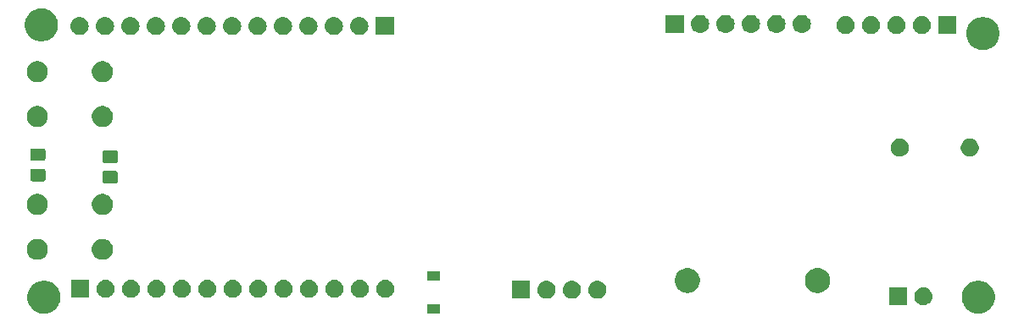
<source format=gbr>
G04 #@! TF.GenerationSoftware,KiCad,Pcbnew,5.0.2+dfsg1-1*
G04 #@! TF.CreationDate,2021-01-08T16:21:55+01:00*
G04 #@! TF.ProjectId,TTGO_weatherboard,5454474f-5f77-4656-9174-686572626f61,rev?*
G04 #@! TF.SameCoordinates,Original*
G04 #@! TF.FileFunction,Soldermask,Top*
G04 #@! TF.FilePolarity,Negative*
%FSLAX46Y46*%
G04 Gerber Fmt 4.6, Leading zero omitted, Abs format (unit mm)*
G04 Created by KiCad (PCBNEW 5.0.2+dfsg1-1) date Fr 08 Jan 2021 16:21:55 CET*
%MOMM*%
%LPD*%
G01*
G04 APERTURE LIST*
%ADD10C,0.100000*%
G04 APERTURE END LIST*
D10*
G36*
X140960600Y-88230600D02*
X139658600Y-88230600D01*
X139658600Y-87228600D01*
X140960600Y-87228600D01*
X140960600Y-88230600D01*
X140960600Y-88230600D01*
G37*
G36*
X195055072Y-84947221D02*
X195197979Y-84975647D01*
X195498442Y-85100103D01*
X195725322Y-85251700D01*
X195768854Y-85280787D01*
X195998813Y-85510746D01*
X195998815Y-85510749D01*
X196179497Y-85781158D01*
X196289392Y-86046467D01*
X196303953Y-86081622D01*
X196367400Y-86400589D01*
X196367400Y-86725811D01*
X196303953Y-87044778D01*
X196199048Y-87298043D01*
X196179497Y-87345242D01*
X196001220Y-87612052D01*
X195998813Y-87615654D01*
X195768854Y-87845613D01*
X195768851Y-87845615D01*
X195498442Y-88026297D01*
X195197979Y-88150753D01*
X195091656Y-88171902D01*
X194879011Y-88214200D01*
X194553789Y-88214200D01*
X194341144Y-88171902D01*
X194234821Y-88150753D01*
X193934358Y-88026297D01*
X193663949Y-87845615D01*
X193663946Y-87845613D01*
X193433987Y-87615654D01*
X193431580Y-87612052D01*
X193253303Y-87345242D01*
X193233753Y-87298043D01*
X193128847Y-87044778D01*
X193065400Y-86725811D01*
X193065400Y-86400589D01*
X193128847Y-86081622D01*
X193143409Y-86046467D01*
X193253303Y-85781158D01*
X193433985Y-85510749D01*
X193433987Y-85510746D01*
X193663946Y-85280787D01*
X193707478Y-85251700D01*
X193934358Y-85100103D01*
X194234821Y-84975647D01*
X194377728Y-84947221D01*
X194553789Y-84912200D01*
X194879011Y-84912200D01*
X195055072Y-84947221D01*
X195055072Y-84947221D01*
G37*
G36*
X101735472Y-84947221D02*
X101878379Y-84975647D01*
X102178842Y-85100103D01*
X102405722Y-85251700D01*
X102449254Y-85280787D01*
X102679213Y-85510746D01*
X102679215Y-85510749D01*
X102859897Y-85781158D01*
X102969792Y-86046467D01*
X102984353Y-86081622D01*
X103047800Y-86400589D01*
X103047800Y-86725811D01*
X102984353Y-87044778D01*
X102879448Y-87298043D01*
X102859897Y-87345242D01*
X102681620Y-87612052D01*
X102679213Y-87615654D01*
X102449254Y-87845613D01*
X102449251Y-87845615D01*
X102178842Y-88026297D01*
X101878379Y-88150753D01*
X101772056Y-88171902D01*
X101559411Y-88214200D01*
X101234189Y-88214200D01*
X101021544Y-88171902D01*
X100915221Y-88150753D01*
X100614758Y-88026297D01*
X100344349Y-87845615D01*
X100344346Y-87845613D01*
X100114387Y-87615654D01*
X100111980Y-87612052D01*
X99933703Y-87345242D01*
X99914153Y-87298043D01*
X99809247Y-87044778D01*
X99745800Y-86725811D01*
X99745800Y-86400589D01*
X99809247Y-86081622D01*
X99823809Y-86046467D01*
X99933703Y-85781158D01*
X100114385Y-85510749D01*
X100114387Y-85510746D01*
X100344346Y-85280787D01*
X100387878Y-85251700D01*
X100614758Y-85100103D01*
X100915221Y-84975647D01*
X101058128Y-84947221D01*
X101234189Y-84912200D01*
X101559411Y-84912200D01*
X101735472Y-84947221D01*
X101735472Y-84947221D01*
G37*
G36*
X189340443Y-85567119D02*
X189406627Y-85573637D01*
X189519853Y-85607984D01*
X189576467Y-85625157D01*
X189687056Y-85684269D01*
X189732991Y-85708822D01*
X189768729Y-85738152D01*
X189870186Y-85821414D01*
X189915497Y-85876627D01*
X189982778Y-85958609D01*
X189982779Y-85958611D01*
X190066443Y-86115133D01*
X190076312Y-86147667D01*
X190117963Y-86284973D01*
X190135359Y-86461600D01*
X190117963Y-86638227D01*
X190098557Y-86702200D01*
X190066443Y-86808067D01*
X189992348Y-86946687D01*
X189982778Y-86964591D01*
X189953448Y-87000329D01*
X189870186Y-87101786D01*
X189768729Y-87185048D01*
X189732991Y-87214378D01*
X189732989Y-87214379D01*
X189576467Y-87298043D01*
X189519853Y-87315216D01*
X189406627Y-87349563D01*
X189340443Y-87356081D01*
X189274260Y-87362600D01*
X189185740Y-87362600D01*
X189119558Y-87356082D01*
X189053373Y-87349563D01*
X188940147Y-87315216D01*
X188883533Y-87298043D01*
X188727011Y-87214379D01*
X188727009Y-87214378D01*
X188691271Y-87185048D01*
X188589814Y-87101786D01*
X188506552Y-87000329D01*
X188477222Y-86964591D01*
X188467652Y-86946687D01*
X188393557Y-86808067D01*
X188361443Y-86702200D01*
X188342037Y-86638227D01*
X188324641Y-86461600D01*
X188342037Y-86284973D01*
X188383688Y-86147667D01*
X188393557Y-86115133D01*
X188477221Y-85958611D01*
X188477222Y-85958609D01*
X188544503Y-85876627D01*
X188589814Y-85821414D01*
X188691271Y-85738152D01*
X188727009Y-85708822D01*
X188772944Y-85684269D01*
X188883533Y-85625157D01*
X188940147Y-85607984D01*
X189053373Y-85573637D01*
X189119557Y-85567119D01*
X189185740Y-85560600D01*
X189274260Y-85560600D01*
X189340443Y-85567119D01*
X189340443Y-85567119D01*
G37*
G36*
X187591000Y-87362600D02*
X185789000Y-87362600D01*
X185789000Y-85560600D01*
X187591000Y-85560600D01*
X187591000Y-87362600D01*
X187591000Y-87362600D01*
G37*
G36*
X156777642Y-84906718D02*
X156843827Y-84913237D01*
X156955857Y-84947221D01*
X157013667Y-84964757D01*
X157152287Y-85038852D01*
X157170191Y-85048422D01*
X157184072Y-85059814D01*
X157307386Y-85161014D01*
X157381809Y-85251700D01*
X157419978Y-85298209D01*
X157419979Y-85298211D01*
X157503643Y-85454733D01*
X157503643Y-85454734D01*
X157555163Y-85624573D01*
X157572559Y-85801200D01*
X157555163Y-85977827D01*
X157534341Y-86046467D01*
X157503643Y-86147667D01*
X157474072Y-86202989D01*
X157419978Y-86304191D01*
X157390648Y-86339929D01*
X157307386Y-86441386D01*
X157205929Y-86524648D01*
X157170191Y-86553978D01*
X157170189Y-86553979D01*
X157013667Y-86637643D01*
X156957053Y-86654816D01*
X156843827Y-86689163D01*
X156777643Y-86695681D01*
X156711460Y-86702200D01*
X156622940Y-86702200D01*
X156556757Y-86695681D01*
X156490573Y-86689163D01*
X156377347Y-86654816D01*
X156320733Y-86637643D01*
X156164211Y-86553979D01*
X156164209Y-86553978D01*
X156128471Y-86524648D01*
X156027014Y-86441386D01*
X155943752Y-86339929D01*
X155914422Y-86304191D01*
X155860328Y-86202989D01*
X155830757Y-86147667D01*
X155800059Y-86046467D01*
X155779237Y-85977827D01*
X155761841Y-85801200D01*
X155779237Y-85624573D01*
X155830757Y-85454734D01*
X155830757Y-85454733D01*
X155914421Y-85298211D01*
X155914422Y-85298209D01*
X155952591Y-85251700D01*
X156027014Y-85161014D01*
X156150328Y-85059814D01*
X156164209Y-85048422D01*
X156182113Y-85038852D01*
X156320733Y-84964757D01*
X156378543Y-84947221D01*
X156490573Y-84913237D01*
X156556758Y-84906718D01*
X156622940Y-84900200D01*
X156711460Y-84900200D01*
X156777642Y-84906718D01*
X156777642Y-84906718D01*
G37*
G36*
X154237642Y-84906718D02*
X154303827Y-84913237D01*
X154415857Y-84947221D01*
X154473667Y-84964757D01*
X154612287Y-85038852D01*
X154630191Y-85048422D01*
X154644072Y-85059814D01*
X154767386Y-85161014D01*
X154841809Y-85251700D01*
X154879978Y-85298209D01*
X154879979Y-85298211D01*
X154963643Y-85454733D01*
X154963643Y-85454734D01*
X155015163Y-85624573D01*
X155032559Y-85801200D01*
X155015163Y-85977827D01*
X154994341Y-86046467D01*
X154963643Y-86147667D01*
X154934072Y-86202989D01*
X154879978Y-86304191D01*
X154850648Y-86339929D01*
X154767386Y-86441386D01*
X154665929Y-86524648D01*
X154630191Y-86553978D01*
X154630189Y-86553979D01*
X154473667Y-86637643D01*
X154417053Y-86654816D01*
X154303827Y-86689163D01*
X154237643Y-86695681D01*
X154171460Y-86702200D01*
X154082940Y-86702200D01*
X154016757Y-86695681D01*
X153950573Y-86689163D01*
X153837347Y-86654816D01*
X153780733Y-86637643D01*
X153624211Y-86553979D01*
X153624209Y-86553978D01*
X153588471Y-86524648D01*
X153487014Y-86441386D01*
X153403752Y-86339929D01*
X153374422Y-86304191D01*
X153320328Y-86202989D01*
X153290757Y-86147667D01*
X153260059Y-86046467D01*
X153239237Y-85977827D01*
X153221841Y-85801200D01*
X153239237Y-85624573D01*
X153290757Y-85454734D01*
X153290757Y-85454733D01*
X153374421Y-85298211D01*
X153374422Y-85298209D01*
X153412591Y-85251700D01*
X153487014Y-85161014D01*
X153610328Y-85059814D01*
X153624209Y-85048422D01*
X153642113Y-85038852D01*
X153780733Y-84964757D01*
X153838543Y-84947221D01*
X153950573Y-84913237D01*
X154016758Y-84906718D01*
X154082940Y-84900200D01*
X154171460Y-84900200D01*
X154237642Y-84906718D01*
X154237642Y-84906718D01*
G37*
G36*
X151697642Y-84906718D02*
X151763827Y-84913237D01*
X151875857Y-84947221D01*
X151933667Y-84964757D01*
X152072287Y-85038852D01*
X152090191Y-85048422D01*
X152104072Y-85059814D01*
X152227386Y-85161014D01*
X152301809Y-85251700D01*
X152339978Y-85298209D01*
X152339979Y-85298211D01*
X152423643Y-85454733D01*
X152423643Y-85454734D01*
X152475163Y-85624573D01*
X152492559Y-85801200D01*
X152475163Y-85977827D01*
X152454341Y-86046467D01*
X152423643Y-86147667D01*
X152394072Y-86202989D01*
X152339978Y-86304191D01*
X152310648Y-86339929D01*
X152227386Y-86441386D01*
X152125929Y-86524648D01*
X152090191Y-86553978D01*
X152090189Y-86553979D01*
X151933667Y-86637643D01*
X151877053Y-86654816D01*
X151763827Y-86689163D01*
X151697643Y-86695681D01*
X151631460Y-86702200D01*
X151542940Y-86702200D01*
X151476757Y-86695681D01*
X151410573Y-86689163D01*
X151297347Y-86654816D01*
X151240733Y-86637643D01*
X151084211Y-86553979D01*
X151084209Y-86553978D01*
X151048471Y-86524648D01*
X150947014Y-86441386D01*
X150863752Y-86339929D01*
X150834422Y-86304191D01*
X150780328Y-86202989D01*
X150750757Y-86147667D01*
X150720059Y-86046467D01*
X150699237Y-85977827D01*
X150681841Y-85801200D01*
X150699237Y-85624573D01*
X150750757Y-85454734D01*
X150750757Y-85454733D01*
X150834421Y-85298211D01*
X150834422Y-85298209D01*
X150872591Y-85251700D01*
X150947014Y-85161014D01*
X151070328Y-85059814D01*
X151084209Y-85048422D01*
X151102113Y-85038852D01*
X151240733Y-84964757D01*
X151298543Y-84947221D01*
X151410573Y-84913237D01*
X151476758Y-84906718D01*
X151542940Y-84900200D01*
X151631460Y-84900200D01*
X151697642Y-84906718D01*
X151697642Y-84906718D01*
G37*
G36*
X149948200Y-86702200D02*
X148146200Y-86702200D01*
X148146200Y-84900200D01*
X149948200Y-84900200D01*
X149948200Y-86702200D01*
X149948200Y-86702200D01*
G37*
G36*
X115274042Y-84805518D02*
X115340227Y-84812037D01*
X115453453Y-84846384D01*
X115510067Y-84863557D01*
X115578620Y-84900200D01*
X115666591Y-84947222D01*
X115687957Y-84964757D01*
X115803786Y-85059814D01*
X115886837Y-85161014D01*
X115916378Y-85197009D01*
X115916379Y-85197011D01*
X116000043Y-85353533D01*
X116000043Y-85353534D01*
X116051563Y-85523373D01*
X116068959Y-85700000D01*
X116051563Y-85876627D01*
X116026694Y-85958609D01*
X116000043Y-86046467D01*
X115963339Y-86115134D01*
X115916378Y-86202991D01*
X115887048Y-86238729D01*
X115803786Y-86340186D01*
X115730181Y-86400591D01*
X115666591Y-86452778D01*
X115666589Y-86452779D01*
X115510067Y-86536443D01*
X115453453Y-86553616D01*
X115340227Y-86587963D01*
X115274042Y-86594482D01*
X115207860Y-86601000D01*
X115119340Y-86601000D01*
X115053158Y-86594482D01*
X114986973Y-86587963D01*
X114873747Y-86553616D01*
X114817133Y-86536443D01*
X114660611Y-86452779D01*
X114660609Y-86452778D01*
X114597019Y-86400591D01*
X114523414Y-86340186D01*
X114440152Y-86238729D01*
X114410822Y-86202991D01*
X114363861Y-86115134D01*
X114327157Y-86046467D01*
X114300506Y-85958609D01*
X114275637Y-85876627D01*
X114258241Y-85700000D01*
X114275637Y-85523373D01*
X114327157Y-85353534D01*
X114327157Y-85353533D01*
X114410821Y-85197011D01*
X114410822Y-85197009D01*
X114440363Y-85161014D01*
X114523414Y-85059814D01*
X114639243Y-84964757D01*
X114660609Y-84947222D01*
X114748580Y-84900200D01*
X114817133Y-84863557D01*
X114873747Y-84846384D01*
X114986973Y-84812037D01*
X115053158Y-84805518D01*
X115119340Y-84799000D01*
X115207860Y-84799000D01*
X115274042Y-84805518D01*
X115274042Y-84805518D01*
G37*
G36*
X105904600Y-86601000D02*
X104102600Y-86601000D01*
X104102600Y-84799000D01*
X105904600Y-84799000D01*
X105904600Y-86601000D01*
X105904600Y-86601000D01*
G37*
G36*
X107654042Y-84805518D02*
X107720227Y-84812037D01*
X107833453Y-84846384D01*
X107890067Y-84863557D01*
X107958620Y-84900200D01*
X108046591Y-84947222D01*
X108067957Y-84964757D01*
X108183786Y-85059814D01*
X108266837Y-85161014D01*
X108296378Y-85197009D01*
X108296379Y-85197011D01*
X108380043Y-85353533D01*
X108380043Y-85353534D01*
X108431563Y-85523373D01*
X108448959Y-85700000D01*
X108431563Y-85876627D01*
X108406694Y-85958609D01*
X108380043Y-86046467D01*
X108343339Y-86115134D01*
X108296378Y-86202991D01*
X108267048Y-86238729D01*
X108183786Y-86340186D01*
X108110181Y-86400591D01*
X108046591Y-86452778D01*
X108046589Y-86452779D01*
X107890067Y-86536443D01*
X107833453Y-86553616D01*
X107720227Y-86587963D01*
X107654042Y-86594482D01*
X107587860Y-86601000D01*
X107499340Y-86601000D01*
X107433158Y-86594482D01*
X107366973Y-86587963D01*
X107253747Y-86553616D01*
X107197133Y-86536443D01*
X107040611Y-86452779D01*
X107040609Y-86452778D01*
X106977019Y-86400591D01*
X106903414Y-86340186D01*
X106820152Y-86238729D01*
X106790822Y-86202991D01*
X106743861Y-86115134D01*
X106707157Y-86046467D01*
X106680506Y-85958609D01*
X106655637Y-85876627D01*
X106638241Y-85700000D01*
X106655637Y-85523373D01*
X106707157Y-85353534D01*
X106707157Y-85353533D01*
X106790821Y-85197011D01*
X106790822Y-85197009D01*
X106820363Y-85161014D01*
X106903414Y-85059814D01*
X107019243Y-84964757D01*
X107040609Y-84947222D01*
X107128580Y-84900200D01*
X107197133Y-84863557D01*
X107253747Y-84846384D01*
X107366973Y-84812037D01*
X107433158Y-84805518D01*
X107499340Y-84799000D01*
X107587860Y-84799000D01*
X107654042Y-84805518D01*
X107654042Y-84805518D01*
G37*
G36*
X110194042Y-84805518D02*
X110260227Y-84812037D01*
X110373453Y-84846384D01*
X110430067Y-84863557D01*
X110498620Y-84900200D01*
X110586591Y-84947222D01*
X110607957Y-84964757D01*
X110723786Y-85059814D01*
X110806837Y-85161014D01*
X110836378Y-85197009D01*
X110836379Y-85197011D01*
X110920043Y-85353533D01*
X110920043Y-85353534D01*
X110971563Y-85523373D01*
X110988959Y-85700000D01*
X110971563Y-85876627D01*
X110946694Y-85958609D01*
X110920043Y-86046467D01*
X110883339Y-86115134D01*
X110836378Y-86202991D01*
X110807048Y-86238729D01*
X110723786Y-86340186D01*
X110650181Y-86400591D01*
X110586591Y-86452778D01*
X110586589Y-86452779D01*
X110430067Y-86536443D01*
X110373453Y-86553616D01*
X110260227Y-86587963D01*
X110194042Y-86594482D01*
X110127860Y-86601000D01*
X110039340Y-86601000D01*
X109973158Y-86594482D01*
X109906973Y-86587963D01*
X109793747Y-86553616D01*
X109737133Y-86536443D01*
X109580611Y-86452779D01*
X109580609Y-86452778D01*
X109517019Y-86400591D01*
X109443414Y-86340186D01*
X109360152Y-86238729D01*
X109330822Y-86202991D01*
X109283861Y-86115134D01*
X109247157Y-86046467D01*
X109220506Y-85958609D01*
X109195637Y-85876627D01*
X109178241Y-85700000D01*
X109195637Y-85523373D01*
X109247157Y-85353534D01*
X109247157Y-85353533D01*
X109330821Y-85197011D01*
X109330822Y-85197009D01*
X109360363Y-85161014D01*
X109443414Y-85059814D01*
X109559243Y-84964757D01*
X109580609Y-84947222D01*
X109668580Y-84900200D01*
X109737133Y-84863557D01*
X109793747Y-84846384D01*
X109906973Y-84812037D01*
X109973158Y-84805518D01*
X110039340Y-84799000D01*
X110127860Y-84799000D01*
X110194042Y-84805518D01*
X110194042Y-84805518D01*
G37*
G36*
X112734042Y-84805518D02*
X112800227Y-84812037D01*
X112913453Y-84846384D01*
X112970067Y-84863557D01*
X113038620Y-84900200D01*
X113126591Y-84947222D01*
X113147957Y-84964757D01*
X113263786Y-85059814D01*
X113346837Y-85161014D01*
X113376378Y-85197009D01*
X113376379Y-85197011D01*
X113460043Y-85353533D01*
X113460043Y-85353534D01*
X113511563Y-85523373D01*
X113528959Y-85700000D01*
X113511563Y-85876627D01*
X113486694Y-85958609D01*
X113460043Y-86046467D01*
X113423339Y-86115134D01*
X113376378Y-86202991D01*
X113347048Y-86238729D01*
X113263786Y-86340186D01*
X113190181Y-86400591D01*
X113126591Y-86452778D01*
X113126589Y-86452779D01*
X112970067Y-86536443D01*
X112913453Y-86553616D01*
X112800227Y-86587963D01*
X112734042Y-86594482D01*
X112667860Y-86601000D01*
X112579340Y-86601000D01*
X112513158Y-86594482D01*
X112446973Y-86587963D01*
X112333747Y-86553616D01*
X112277133Y-86536443D01*
X112120611Y-86452779D01*
X112120609Y-86452778D01*
X112057019Y-86400591D01*
X111983414Y-86340186D01*
X111900152Y-86238729D01*
X111870822Y-86202991D01*
X111823861Y-86115134D01*
X111787157Y-86046467D01*
X111760506Y-85958609D01*
X111735637Y-85876627D01*
X111718241Y-85700000D01*
X111735637Y-85523373D01*
X111787157Y-85353534D01*
X111787157Y-85353533D01*
X111870821Y-85197011D01*
X111870822Y-85197009D01*
X111900363Y-85161014D01*
X111983414Y-85059814D01*
X112099243Y-84964757D01*
X112120609Y-84947222D01*
X112208580Y-84900200D01*
X112277133Y-84863557D01*
X112333747Y-84846384D01*
X112446973Y-84812037D01*
X112513158Y-84805518D01*
X112579340Y-84799000D01*
X112667860Y-84799000D01*
X112734042Y-84805518D01*
X112734042Y-84805518D01*
G37*
G36*
X117814042Y-84805518D02*
X117880227Y-84812037D01*
X117993453Y-84846384D01*
X118050067Y-84863557D01*
X118118620Y-84900200D01*
X118206591Y-84947222D01*
X118227957Y-84964757D01*
X118343786Y-85059814D01*
X118426837Y-85161014D01*
X118456378Y-85197009D01*
X118456379Y-85197011D01*
X118540043Y-85353533D01*
X118540043Y-85353534D01*
X118591563Y-85523373D01*
X118608959Y-85700000D01*
X118591563Y-85876627D01*
X118566694Y-85958609D01*
X118540043Y-86046467D01*
X118503339Y-86115134D01*
X118456378Y-86202991D01*
X118427048Y-86238729D01*
X118343786Y-86340186D01*
X118270181Y-86400591D01*
X118206591Y-86452778D01*
X118206589Y-86452779D01*
X118050067Y-86536443D01*
X117993453Y-86553616D01*
X117880227Y-86587963D01*
X117814042Y-86594482D01*
X117747860Y-86601000D01*
X117659340Y-86601000D01*
X117593158Y-86594482D01*
X117526973Y-86587963D01*
X117413747Y-86553616D01*
X117357133Y-86536443D01*
X117200611Y-86452779D01*
X117200609Y-86452778D01*
X117137019Y-86400591D01*
X117063414Y-86340186D01*
X116980152Y-86238729D01*
X116950822Y-86202991D01*
X116903861Y-86115134D01*
X116867157Y-86046467D01*
X116840506Y-85958609D01*
X116815637Y-85876627D01*
X116798241Y-85700000D01*
X116815637Y-85523373D01*
X116867157Y-85353534D01*
X116867157Y-85353533D01*
X116950821Y-85197011D01*
X116950822Y-85197009D01*
X116980363Y-85161014D01*
X117063414Y-85059814D01*
X117179243Y-84964757D01*
X117200609Y-84947222D01*
X117288580Y-84900200D01*
X117357133Y-84863557D01*
X117413747Y-84846384D01*
X117526973Y-84812037D01*
X117593158Y-84805518D01*
X117659340Y-84799000D01*
X117747860Y-84799000D01*
X117814042Y-84805518D01*
X117814042Y-84805518D01*
G37*
G36*
X133054042Y-84805518D02*
X133120227Y-84812037D01*
X133233453Y-84846384D01*
X133290067Y-84863557D01*
X133358620Y-84900200D01*
X133446591Y-84947222D01*
X133467957Y-84964757D01*
X133583786Y-85059814D01*
X133666837Y-85161014D01*
X133696378Y-85197009D01*
X133696379Y-85197011D01*
X133780043Y-85353533D01*
X133780043Y-85353534D01*
X133831563Y-85523373D01*
X133848959Y-85700000D01*
X133831563Y-85876627D01*
X133806694Y-85958609D01*
X133780043Y-86046467D01*
X133743339Y-86115134D01*
X133696378Y-86202991D01*
X133667048Y-86238729D01*
X133583786Y-86340186D01*
X133510181Y-86400591D01*
X133446591Y-86452778D01*
X133446589Y-86452779D01*
X133290067Y-86536443D01*
X133233453Y-86553616D01*
X133120227Y-86587963D01*
X133054042Y-86594482D01*
X132987860Y-86601000D01*
X132899340Y-86601000D01*
X132833158Y-86594482D01*
X132766973Y-86587963D01*
X132653747Y-86553616D01*
X132597133Y-86536443D01*
X132440611Y-86452779D01*
X132440609Y-86452778D01*
X132377019Y-86400591D01*
X132303414Y-86340186D01*
X132220152Y-86238729D01*
X132190822Y-86202991D01*
X132143861Y-86115134D01*
X132107157Y-86046467D01*
X132080506Y-85958609D01*
X132055637Y-85876627D01*
X132038241Y-85700000D01*
X132055637Y-85523373D01*
X132107157Y-85353534D01*
X132107157Y-85353533D01*
X132190821Y-85197011D01*
X132190822Y-85197009D01*
X132220363Y-85161014D01*
X132303414Y-85059814D01*
X132419243Y-84964757D01*
X132440609Y-84947222D01*
X132528580Y-84900200D01*
X132597133Y-84863557D01*
X132653747Y-84846384D01*
X132766973Y-84812037D01*
X132833158Y-84805518D01*
X132899340Y-84799000D01*
X132987860Y-84799000D01*
X133054042Y-84805518D01*
X133054042Y-84805518D01*
G37*
G36*
X135594042Y-84805518D02*
X135660227Y-84812037D01*
X135773453Y-84846384D01*
X135830067Y-84863557D01*
X135898620Y-84900200D01*
X135986591Y-84947222D01*
X136007957Y-84964757D01*
X136123786Y-85059814D01*
X136206837Y-85161014D01*
X136236378Y-85197009D01*
X136236379Y-85197011D01*
X136320043Y-85353533D01*
X136320043Y-85353534D01*
X136371563Y-85523373D01*
X136388959Y-85700000D01*
X136371563Y-85876627D01*
X136346694Y-85958609D01*
X136320043Y-86046467D01*
X136283339Y-86115134D01*
X136236378Y-86202991D01*
X136207048Y-86238729D01*
X136123786Y-86340186D01*
X136050181Y-86400591D01*
X135986591Y-86452778D01*
X135986589Y-86452779D01*
X135830067Y-86536443D01*
X135773453Y-86553616D01*
X135660227Y-86587963D01*
X135594042Y-86594482D01*
X135527860Y-86601000D01*
X135439340Y-86601000D01*
X135373158Y-86594482D01*
X135306973Y-86587963D01*
X135193747Y-86553616D01*
X135137133Y-86536443D01*
X134980611Y-86452779D01*
X134980609Y-86452778D01*
X134917019Y-86400591D01*
X134843414Y-86340186D01*
X134760152Y-86238729D01*
X134730822Y-86202991D01*
X134683861Y-86115134D01*
X134647157Y-86046467D01*
X134620506Y-85958609D01*
X134595637Y-85876627D01*
X134578241Y-85700000D01*
X134595637Y-85523373D01*
X134647157Y-85353534D01*
X134647157Y-85353533D01*
X134730821Y-85197011D01*
X134730822Y-85197009D01*
X134760363Y-85161014D01*
X134843414Y-85059814D01*
X134959243Y-84964757D01*
X134980609Y-84947222D01*
X135068580Y-84900200D01*
X135137133Y-84863557D01*
X135193747Y-84846384D01*
X135306973Y-84812037D01*
X135373158Y-84805518D01*
X135439340Y-84799000D01*
X135527860Y-84799000D01*
X135594042Y-84805518D01*
X135594042Y-84805518D01*
G37*
G36*
X130514042Y-84805518D02*
X130580227Y-84812037D01*
X130693453Y-84846384D01*
X130750067Y-84863557D01*
X130818620Y-84900200D01*
X130906591Y-84947222D01*
X130927957Y-84964757D01*
X131043786Y-85059814D01*
X131126837Y-85161014D01*
X131156378Y-85197009D01*
X131156379Y-85197011D01*
X131240043Y-85353533D01*
X131240043Y-85353534D01*
X131291563Y-85523373D01*
X131308959Y-85700000D01*
X131291563Y-85876627D01*
X131266694Y-85958609D01*
X131240043Y-86046467D01*
X131203339Y-86115134D01*
X131156378Y-86202991D01*
X131127048Y-86238729D01*
X131043786Y-86340186D01*
X130970181Y-86400591D01*
X130906591Y-86452778D01*
X130906589Y-86452779D01*
X130750067Y-86536443D01*
X130693453Y-86553616D01*
X130580227Y-86587963D01*
X130514042Y-86594482D01*
X130447860Y-86601000D01*
X130359340Y-86601000D01*
X130293158Y-86594482D01*
X130226973Y-86587963D01*
X130113747Y-86553616D01*
X130057133Y-86536443D01*
X129900611Y-86452779D01*
X129900609Y-86452778D01*
X129837019Y-86400591D01*
X129763414Y-86340186D01*
X129680152Y-86238729D01*
X129650822Y-86202991D01*
X129603861Y-86115134D01*
X129567157Y-86046467D01*
X129540506Y-85958609D01*
X129515637Y-85876627D01*
X129498241Y-85700000D01*
X129515637Y-85523373D01*
X129567157Y-85353534D01*
X129567157Y-85353533D01*
X129650821Y-85197011D01*
X129650822Y-85197009D01*
X129680363Y-85161014D01*
X129763414Y-85059814D01*
X129879243Y-84964757D01*
X129900609Y-84947222D01*
X129988580Y-84900200D01*
X130057133Y-84863557D01*
X130113747Y-84846384D01*
X130226973Y-84812037D01*
X130293158Y-84805518D01*
X130359340Y-84799000D01*
X130447860Y-84799000D01*
X130514042Y-84805518D01*
X130514042Y-84805518D01*
G37*
G36*
X127974042Y-84805518D02*
X128040227Y-84812037D01*
X128153453Y-84846384D01*
X128210067Y-84863557D01*
X128278620Y-84900200D01*
X128366591Y-84947222D01*
X128387957Y-84964757D01*
X128503786Y-85059814D01*
X128586837Y-85161014D01*
X128616378Y-85197009D01*
X128616379Y-85197011D01*
X128700043Y-85353533D01*
X128700043Y-85353534D01*
X128751563Y-85523373D01*
X128768959Y-85700000D01*
X128751563Y-85876627D01*
X128726694Y-85958609D01*
X128700043Y-86046467D01*
X128663339Y-86115134D01*
X128616378Y-86202991D01*
X128587048Y-86238729D01*
X128503786Y-86340186D01*
X128430181Y-86400591D01*
X128366591Y-86452778D01*
X128366589Y-86452779D01*
X128210067Y-86536443D01*
X128153453Y-86553616D01*
X128040227Y-86587963D01*
X127974042Y-86594482D01*
X127907860Y-86601000D01*
X127819340Y-86601000D01*
X127753158Y-86594482D01*
X127686973Y-86587963D01*
X127573747Y-86553616D01*
X127517133Y-86536443D01*
X127360611Y-86452779D01*
X127360609Y-86452778D01*
X127297019Y-86400591D01*
X127223414Y-86340186D01*
X127140152Y-86238729D01*
X127110822Y-86202991D01*
X127063861Y-86115134D01*
X127027157Y-86046467D01*
X127000506Y-85958609D01*
X126975637Y-85876627D01*
X126958241Y-85700000D01*
X126975637Y-85523373D01*
X127027157Y-85353534D01*
X127027157Y-85353533D01*
X127110821Y-85197011D01*
X127110822Y-85197009D01*
X127140363Y-85161014D01*
X127223414Y-85059814D01*
X127339243Y-84964757D01*
X127360609Y-84947222D01*
X127448580Y-84900200D01*
X127517133Y-84863557D01*
X127573747Y-84846384D01*
X127686973Y-84812037D01*
X127753158Y-84805518D01*
X127819340Y-84799000D01*
X127907860Y-84799000D01*
X127974042Y-84805518D01*
X127974042Y-84805518D01*
G37*
G36*
X120354042Y-84805518D02*
X120420227Y-84812037D01*
X120533453Y-84846384D01*
X120590067Y-84863557D01*
X120658620Y-84900200D01*
X120746591Y-84947222D01*
X120767957Y-84964757D01*
X120883786Y-85059814D01*
X120966837Y-85161014D01*
X120996378Y-85197009D01*
X120996379Y-85197011D01*
X121080043Y-85353533D01*
X121080043Y-85353534D01*
X121131563Y-85523373D01*
X121148959Y-85700000D01*
X121131563Y-85876627D01*
X121106694Y-85958609D01*
X121080043Y-86046467D01*
X121043339Y-86115134D01*
X120996378Y-86202991D01*
X120967048Y-86238729D01*
X120883786Y-86340186D01*
X120810181Y-86400591D01*
X120746591Y-86452778D01*
X120746589Y-86452779D01*
X120590067Y-86536443D01*
X120533453Y-86553616D01*
X120420227Y-86587963D01*
X120354042Y-86594482D01*
X120287860Y-86601000D01*
X120199340Y-86601000D01*
X120133158Y-86594482D01*
X120066973Y-86587963D01*
X119953747Y-86553616D01*
X119897133Y-86536443D01*
X119740611Y-86452779D01*
X119740609Y-86452778D01*
X119677019Y-86400591D01*
X119603414Y-86340186D01*
X119520152Y-86238729D01*
X119490822Y-86202991D01*
X119443861Y-86115134D01*
X119407157Y-86046467D01*
X119380506Y-85958609D01*
X119355637Y-85876627D01*
X119338241Y-85700000D01*
X119355637Y-85523373D01*
X119407157Y-85353534D01*
X119407157Y-85353533D01*
X119490821Y-85197011D01*
X119490822Y-85197009D01*
X119520363Y-85161014D01*
X119603414Y-85059814D01*
X119719243Y-84964757D01*
X119740609Y-84947222D01*
X119828580Y-84900200D01*
X119897133Y-84863557D01*
X119953747Y-84846384D01*
X120066973Y-84812037D01*
X120133158Y-84805518D01*
X120199340Y-84799000D01*
X120287860Y-84799000D01*
X120354042Y-84805518D01*
X120354042Y-84805518D01*
G37*
G36*
X125434042Y-84805518D02*
X125500227Y-84812037D01*
X125613453Y-84846384D01*
X125670067Y-84863557D01*
X125738620Y-84900200D01*
X125826591Y-84947222D01*
X125847957Y-84964757D01*
X125963786Y-85059814D01*
X126046837Y-85161014D01*
X126076378Y-85197009D01*
X126076379Y-85197011D01*
X126160043Y-85353533D01*
X126160043Y-85353534D01*
X126211563Y-85523373D01*
X126228959Y-85700000D01*
X126211563Y-85876627D01*
X126186694Y-85958609D01*
X126160043Y-86046467D01*
X126123339Y-86115134D01*
X126076378Y-86202991D01*
X126047048Y-86238729D01*
X125963786Y-86340186D01*
X125890181Y-86400591D01*
X125826591Y-86452778D01*
X125826589Y-86452779D01*
X125670067Y-86536443D01*
X125613453Y-86553616D01*
X125500227Y-86587963D01*
X125434042Y-86594482D01*
X125367860Y-86601000D01*
X125279340Y-86601000D01*
X125213158Y-86594482D01*
X125146973Y-86587963D01*
X125033747Y-86553616D01*
X124977133Y-86536443D01*
X124820611Y-86452779D01*
X124820609Y-86452778D01*
X124757019Y-86400591D01*
X124683414Y-86340186D01*
X124600152Y-86238729D01*
X124570822Y-86202991D01*
X124523861Y-86115134D01*
X124487157Y-86046467D01*
X124460506Y-85958609D01*
X124435637Y-85876627D01*
X124418241Y-85700000D01*
X124435637Y-85523373D01*
X124487157Y-85353534D01*
X124487157Y-85353533D01*
X124570821Y-85197011D01*
X124570822Y-85197009D01*
X124600363Y-85161014D01*
X124683414Y-85059814D01*
X124799243Y-84964757D01*
X124820609Y-84947222D01*
X124908580Y-84900200D01*
X124977133Y-84863557D01*
X125033747Y-84846384D01*
X125146973Y-84812037D01*
X125213158Y-84805518D01*
X125279340Y-84799000D01*
X125367860Y-84799000D01*
X125434042Y-84805518D01*
X125434042Y-84805518D01*
G37*
G36*
X122894042Y-84805518D02*
X122960227Y-84812037D01*
X123073453Y-84846384D01*
X123130067Y-84863557D01*
X123198620Y-84900200D01*
X123286591Y-84947222D01*
X123307957Y-84964757D01*
X123423786Y-85059814D01*
X123506837Y-85161014D01*
X123536378Y-85197009D01*
X123536379Y-85197011D01*
X123620043Y-85353533D01*
X123620043Y-85353534D01*
X123671563Y-85523373D01*
X123688959Y-85700000D01*
X123671563Y-85876627D01*
X123646694Y-85958609D01*
X123620043Y-86046467D01*
X123583339Y-86115134D01*
X123536378Y-86202991D01*
X123507048Y-86238729D01*
X123423786Y-86340186D01*
X123350181Y-86400591D01*
X123286591Y-86452778D01*
X123286589Y-86452779D01*
X123130067Y-86536443D01*
X123073453Y-86553616D01*
X122960227Y-86587963D01*
X122894042Y-86594482D01*
X122827860Y-86601000D01*
X122739340Y-86601000D01*
X122673158Y-86594482D01*
X122606973Y-86587963D01*
X122493747Y-86553616D01*
X122437133Y-86536443D01*
X122280611Y-86452779D01*
X122280609Y-86452778D01*
X122217019Y-86400591D01*
X122143414Y-86340186D01*
X122060152Y-86238729D01*
X122030822Y-86202991D01*
X121983861Y-86115134D01*
X121947157Y-86046467D01*
X121920506Y-85958609D01*
X121895637Y-85876627D01*
X121878241Y-85700000D01*
X121895637Y-85523373D01*
X121947157Y-85353534D01*
X121947157Y-85353533D01*
X122030821Y-85197011D01*
X122030822Y-85197009D01*
X122060363Y-85161014D01*
X122143414Y-85059814D01*
X122259243Y-84964757D01*
X122280609Y-84947222D01*
X122368580Y-84900200D01*
X122437133Y-84863557D01*
X122493747Y-84846384D01*
X122606973Y-84812037D01*
X122673158Y-84805518D01*
X122739340Y-84799000D01*
X122827860Y-84799000D01*
X122894042Y-84805518D01*
X122894042Y-84805518D01*
G37*
G36*
X165842436Y-83647819D02*
X166023703Y-83683875D01*
X166251371Y-83778178D01*
X166455342Y-83914468D01*
X166456269Y-83915087D01*
X166630513Y-84089331D01*
X166630515Y-84089334D01*
X166767422Y-84294229D01*
X166861725Y-84521897D01*
X166909800Y-84763587D01*
X166909800Y-85010013D01*
X166861725Y-85251703D01*
X166767422Y-85479371D01*
X166631132Y-85683342D01*
X166630513Y-85684269D01*
X166456269Y-85858513D01*
X166456266Y-85858515D01*
X166251371Y-85995422D01*
X166023703Y-86089725D01*
X165842435Y-86125781D01*
X165782014Y-86137800D01*
X165535586Y-86137800D01*
X165475165Y-86125781D01*
X165293897Y-86089725D01*
X165066229Y-85995422D01*
X164861334Y-85858515D01*
X164861331Y-85858513D01*
X164687087Y-85684269D01*
X164686468Y-85683342D01*
X164550178Y-85479371D01*
X164455875Y-85251703D01*
X164407800Y-85010013D01*
X164407800Y-84763587D01*
X164455875Y-84521897D01*
X164550178Y-84294229D01*
X164687085Y-84089334D01*
X164687087Y-84089331D01*
X164861331Y-83915087D01*
X164862258Y-83914468D01*
X165066229Y-83778178D01*
X165293897Y-83683875D01*
X165475165Y-83647819D01*
X165535586Y-83635800D01*
X165782014Y-83635800D01*
X165842436Y-83647819D01*
X165842436Y-83647819D01*
G37*
G36*
X178842436Y-83647819D02*
X179023703Y-83683875D01*
X179251371Y-83778178D01*
X179455342Y-83914468D01*
X179456269Y-83915087D01*
X179630513Y-84089331D01*
X179630515Y-84089334D01*
X179767422Y-84294229D01*
X179861725Y-84521897D01*
X179909800Y-84763587D01*
X179909800Y-85010013D01*
X179861725Y-85251703D01*
X179767422Y-85479371D01*
X179631132Y-85683342D01*
X179630513Y-85684269D01*
X179456269Y-85858513D01*
X179456266Y-85858515D01*
X179251371Y-85995422D01*
X179023703Y-86089725D01*
X178842435Y-86125781D01*
X178782014Y-86137800D01*
X178535586Y-86137800D01*
X178475165Y-86125781D01*
X178293897Y-86089725D01*
X178066229Y-85995422D01*
X177861334Y-85858515D01*
X177861331Y-85858513D01*
X177687087Y-85684269D01*
X177686468Y-85683342D01*
X177550178Y-85479371D01*
X177455875Y-85251703D01*
X177407800Y-85010013D01*
X177407800Y-84763587D01*
X177455875Y-84521897D01*
X177550178Y-84294229D01*
X177687085Y-84089334D01*
X177687087Y-84089331D01*
X177861331Y-83915087D01*
X177862258Y-83914468D01*
X178066229Y-83778178D01*
X178293897Y-83683875D01*
X178475165Y-83647819D01*
X178535586Y-83635800D01*
X178782014Y-83635800D01*
X178842436Y-83647819D01*
X178842436Y-83647819D01*
G37*
G36*
X140960600Y-84930600D02*
X139658600Y-84930600D01*
X139658600Y-83928600D01*
X140960600Y-83928600D01*
X140960600Y-84930600D01*
X140960600Y-84930600D01*
G37*
G36*
X107542965Y-80756189D02*
X107734234Y-80835415D01*
X107906376Y-80950437D01*
X108052763Y-81096824D01*
X108167785Y-81268966D01*
X108247011Y-81460235D01*
X108287400Y-81663284D01*
X108287400Y-81870316D01*
X108247011Y-82073365D01*
X108167785Y-82264634D01*
X108052763Y-82436776D01*
X107906376Y-82583163D01*
X107734234Y-82698185D01*
X107542965Y-82777411D01*
X107339916Y-82817800D01*
X107132884Y-82817800D01*
X106929835Y-82777411D01*
X106738566Y-82698185D01*
X106566424Y-82583163D01*
X106420037Y-82436776D01*
X106305015Y-82264634D01*
X106225789Y-82073365D01*
X106185400Y-81870316D01*
X106185400Y-81663284D01*
X106225789Y-81460235D01*
X106305015Y-81268966D01*
X106420037Y-81096824D01*
X106566424Y-80950437D01*
X106738566Y-80835415D01*
X106929835Y-80756189D01*
X107132884Y-80715800D01*
X107339916Y-80715800D01*
X107542965Y-80756189D01*
X107542965Y-80756189D01*
G37*
G36*
X101042965Y-80756189D02*
X101234234Y-80835415D01*
X101406376Y-80950437D01*
X101552763Y-81096824D01*
X101667785Y-81268966D01*
X101747011Y-81460235D01*
X101787400Y-81663284D01*
X101787400Y-81870316D01*
X101747011Y-82073365D01*
X101667785Y-82264634D01*
X101552763Y-82436776D01*
X101406376Y-82583163D01*
X101234234Y-82698185D01*
X101042965Y-82777411D01*
X100839916Y-82817800D01*
X100632884Y-82817800D01*
X100429835Y-82777411D01*
X100238566Y-82698185D01*
X100066424Y-82583163D01*
X99920037Y-82436776D01*
X99805015Y-82264634D01*
X99725789Y-82073365D01*
X99685400Y-81870316D01*
X99685400Y-81663284D01*
X99725789Y-81460235D01*
X99805015Y-81268966D01*
X99920037Y-81096824D01*
X100066424Y-80950437D01*
X100238566Y-80835415D01*
X100429835Y-80756189D01*
X100632884Y-80715800D01*
X100839916Y-80715800D01*
X101042965Y-80756189D01*
X101042965Y-80756189D01*
G37*
G36*
X101042965Y-76256189D02*
X101234234Y-76335415D01*
X101406376Y-76450437D01*
X101552763Y-76596824D01*
X101667785Y-76768966D01*
X101747011Y-76960235D01*
X101787400Y-77163284D01*
X101787400Y-77370316D01*
X101747011Y-77573365D01*
X101667785Y-77764634D01*
X101552763Y-77936776D01*
X101406376Y-78083163D01*
X101234234Y-78198185D01*
X101042965Y-78277411D01*
X100839916Y-78317800D01*
X100632884Y-78317800D01*
X100429835Y-78277411D01*
X100238566Y-78198185D01*
X100066424Y-78083163D01*
X99920037Y-77936776D01*
X99805015Y-77764634D01*
X99725789Y-77573365D01*
X99685400Y-77370316D01*
X99685400Y-77163284D01*
X99725789Y-76960235D01*
X99805015Y-76768966D01*
X99920037Y-76596824D01*
X100066424Y-76450437D01*
X100238566Y-76335415D01*
X100429835Y-76256189D01*
X100632884Y-76215800D01*
X100839916Y-76215800D01*
X101042965Y-76256189D01*
X101042965Y-76256189D01*
G37*
G36*
X107542965Y-76256189D02*
X107734234Y-76335415D01*
X107906376Y-76450437D01*
X108052763Y-76596824D01*
X108167785Y-76768966D01*
X108247011Y-76960235D01*
X108287400Y-77163284D01*
X108287400Y-77370316D01*
X108247011Y-77573365D01*
X108167785Y-77764634D01*
X108052763Y-77936776D01*
X107906376Y-78083163D01*
X107734234Y-78198185D01*
X107542965Y-78277411D01*
X107339916Y-78317800D01*
X107132884Y-78317800D01*
X106929835Y-78277411D01*
X106738566Y-78198185D01*
X106566424Y-78083163D01*
X106420037Y-77936776D01*
X106305015Y-77764634D01*
X106225789Y-77573365D01*
X106185400Y-77370316D01*
X106185400Y-77163284D01*
X106225789Y-76960235D01*
X106305015Y-76768966D01*
X106420037Y-76596824D01*
X106566424Y-76450437D01*
X106738566Y-76335415D01*
X106929835Y-76256189D01*
X107132884Y-76215800D01*
X107339916Y-76215800D01*
X107542965Y-76256189D01*
X107542965Y-76256189D01*
G37*
G36*
X108589477Y-73911065D02*
X108627164Y-73922498D01*
X108661903Y-73941066D01*
X108692348Y-73966052D01*
X108717334Y-73996497D01*
X108735902Y-74031236D01*
X108747335Y-74068923D01*
X108751800Y-74114261D01*
X108751800Y-74950939D01*
X108747335Y-74996277D01*
X108735902Y-75033964D01*
X108717334Y-75068703D01*
X108692348Y-75099148D01*
X108661903Y-75124134D01*
X108627164Y-75142702D01*
X108589477Y-75154135D01*
X108544139Y-75158600D01*
X107457461Y-75158600D01*
X107412123Y-75154135D01*
X107374436Y-75142702D01*
X107339697Y-75124134D01*
X107309252Y-75099148D01*
X107284266Y-75068703D01*
X107265698Y-75033964D01*
X107254265Y-74996277D01*
X107249800Y-74950939D01*
X107249800Y-74114261D01*
X107254265Y-74068923D01*
X107265698Y-74031236D01*
X107284266Y-73996497D01*
X107309252Y-73966052D01*
X107339697Y-73941066D01*
X107374436Y-73922498D01*
X107412123Y-73911065D01*
X107457461Y-73906600D01*
X108544139Y-73906600D01*
X108589477Y-73911065D01*
X108589477Y-73911065D01*
G37*
G36*
X101375877Y-73707865D02*
X101413564Y-73719298D01*
X101448303Y-73737866D01*
X101478748Y-73762852D01*
X101503734Y-73793297D01*
X101522302Y-73828036D01*
X101533735Y-73865723D01*
X101538200Y-73911061D01*
X101538200Y-74747739D01*
X101533735Y-74793077D01*
X101522302Y-74830764D01*
X101503734Y-74865503D01*
X101478748Y-74895948D01*
X101448303Y-74920934D01*
X101413564Y-74939502D01*
X101375877Y-74950935D01*
X101330539Y-74955400D01*
X100243861Y-74955400D01*
X100198523Y-74950935D01*
X100160836Y-74939502D01*
X100126097Y-74920934D01*
X100095652Y-74895948D01*
X100070666Y-74865503D01*
X100052098Y-74830764D01*
X100040665Y-74793077D01*
X100036200Y-74747739D01*
X100036200Y-73911061D01*
X100040665Y-73865723D01*
X100052098Y-73828036D01*
X100070666Y-73793297D01*
X100095652Y-73762852D01*
X100126097Y-73737866D01*
X100160836Y-73719298D01*
X100198523Y-73707865D01*
X100243861Y-73703400D01*
X101330539Y-73703400D01*
X101375877Y-73707865D01*
X101375877Y-73707865D01*
G37*
G36*
X108589477Y-71861065D02*
X108627164Y-71872498D01*
X108661903Y-71891066D01*
X108692348Y-71916052D01*
X108717334Y-71946497D01*
X108735902Y-71981236D01*
X108747335Y-72018923D01*
X108751800Y-72064261D01*
X108751800Y-72900939D01*
X108747335Y-72946277D01*
X108735902Y-72983964D01*
X108717334Y-73018703D01*
X108692348Y-73049148D01*
X108661903Y-73074134D01*
X108627164Y-73092702D01*
X108589477Y-73104135D01*
X108544139Y-73108600D01*
X107457461Y-73108600D01*
X107412123Y-73104135D01*
X107374436Y-73092702D01*
X107339697Y-73074134D01*
X107309252Y-73049148D01*
X107284266Y-73018703D01*
X107265698Y-72983964D01*
X107254265Y-72946277D01*
X107249800Y-72900939D01*
X107249800Y-72064261D01*
X107254265Y-72018923D01*
X107265698Y-71981236D01*
X107284266Y-71946497D01*
X107309252Y-71916052D01*
X107339697Y-71891066D01*
X107374436Y-71872498D01*
X107412123Y-71861065D01*
X107457461Y-71856600D01*
X108544139Y-71856600D01*
X108589477Y-71861065D01*
X108589477Y-71861065D01*
G37*
G36*
X101375877Y-71657865D02*
X101413564Y-71669298D01*
X101448303Y-71687866D01*
X101478748Y-71712852D01*
X101503734Y-71743297D01*
X101522302Y-71778036D01*
X101533735Y-71815723D01*
X101538200Y-71861061D01*
X101538200Y-72697739D01*
X101533735Y-72743077D01*
X101522302Y-72780764D01*
X101503734Y-72815503D01*
X101478748Y-72845948D01*
X101448303Y-72870934D01*
X101413564Y-72889502D01*
X101375877Y-72900935D01*
X101330539Y-72905400D01*
X100243861Y-72905400D01*
X100198523Y-72900935D01*
X100160836Y-72889502D01*
X100126097Y-72870934D01*
X100095652Y-72845948D01*
X100070666Y-72815503D01*
X100052098Y-72780764D01*
X100040665Y-72743077D01*
X100036200Y-72697739D01*
X100036200Y-71861061D01*
X100040665Y-71815723D01*
X100052098Y-71778036D01*
X100070666Y-71743297D01*
X100095652Y-71712852D01*
X100126097Y-71687866D01*
X100160836Y-71669298D01*
X100198523Y-71657865D01*
X100243861Y-71653400D01*
X101330539Y-71653400D01*
X101375877Y-71657865D01*
X101375877Y-71657865D01*
G37*
G36*
X187126412Y-70710824D02*
X187290384Y-70778744D01*
X187437954Y-70877347D01*
X187563453Y-71002846D01*
X187662056Y-71150416D01*
X187729976Y-71314388D01*
X187764600Y-71488459D01*
X187764600Y-71665941D01*
X187729976Y-71840012D01*
X187662056Y-72003984D01*
X187563453Y-72151554D01*
X187437954Y-72277053D01*
X187290384Y-72375656D01*
X187126412Y-72443576D01*
X186952341Y-72478200D01*
X186774859Y-72478200D01*
X186600788Y-72443576D01*
X186436816Y-72375656D01*
X186289246Y-72277053D01*
X186163747Y-72151554D01*
X186065144Y-72003984D01*
X185997224Y-71840012D01*
X185962600Y-71665941D01*
X185962600Y-71488459D01*
X185997224Y-71314388D01*
X186065144Y-71150416D01*
X186163747Y-71002846D01*
X186289246Y-70877347D01*
X186436816Y-70778744D01*
X186600788Y-70710824D01*
X186774859Y-70676200D01*
X186952341Y-70676200D01*
X187126412Y-70710824D01*
X187126412Y-70710824D01*
G37*
G36*
X194126412Y-70710824D02*
X194290384Y-70778744D01*
X194437954Y-70877347D01*
X194563453Y-71002846D01*
X194662056Y-71150416D01*
X194729976Y-71314388D01*
X194764600Y-71488459D01*
X194764600Y-71665941D01*
X194729976Y-71840012D01*
X194662056Y-72003984D01*
X194563453Y-72151554D01*
X194437954Y-72277053D01*
X194290384Y-72375656D01*
X194126412Y-72443576D01*
X193952341Y-72478200D01*
X193774859Y-72478200D01*
X193600788Y-72443576D01*
X193436816Y-72375656D01*
X193289246Y-72277053D01*
X193163747Y-72151554D01*
X193065144Y-72003984D01*
X192997224Y-71840012D01*
X192962600Y-71665941D01*
X192962600Y-71488459D01*
X192997224Y-71314388D01*
X193065144Y-71150416D01*
X193163747Y-71002846D01*
X193289246Y-70877347D01*
X193436816Y-70778744D01*
X193600788Y-70710824D01*
X193774859Y-70676200D01*
X193952341Y-70676200D01*
X194126412Y-70710824D01*
X194126412Y-70710824D01*
G37*
G36*
X107542965Y-67446589D02*
X107734234Y-67525815D01*
X107906376Y-67640837D01*
X108052763Y-67787224D01*
X108167785Y-67959366D01*
X108247011Y-68150635D01*
X108287400Y-68353684D01*
X108287400Y-68560716D01*
X108247011Y-68763765D01*
X108167785Y-68955034D01*
X108052763Y-69127176D01*
X107906376Y-69273563D01*
X107734234Y-69388585D01*
X107542965Y-69467811D01*
X107339916Y-69508200D01*
X107132884Y-69508200D01*
X106929835Y-69467811D01*
X106738566Y-69388585D01*
X106566424Y-69273563D01*
X106420037Y-69127176D01*
X106305015Y-68955034D01*
X106225789Y-68763765D01*
X106185400Y-68560716D01*
X106185400Y-68353684D01*
X106225789Y-68150635D01*
X106305015Y-67959366D01*
X106420037Y-67787224D01*
X106566424Y-67640837D01*
X106738566Y-67525815D01*
X106929835Y-67446589D01*
X107132884Y-67406200D01*
X107339916Y-67406200D01*
X107542965Y-67446589D01*
X107542965Y-67446589D01*
G37*
G36*
X101042965Y-67446589D02*
X101234234Y-67525815D01*
X101406376Y-67640837D01*
X101552763Y-67787224D01*
X101667785Y-67959366D01*
X101747011Y-68150635D01*
X101787400Y-68353684D01*
X101787400Y-68560716D01*
X101747011Y-68763765D01*
X101667785Y-68955034D01*
X101552763Y-69127176D01*
X101406376Y-69273563D01*
X101234234Y-69388585D01*
X101042965Y-69467811D01*
X100839916Y-69508200D01*
X100632884Y-69508200D01*
X100429835Y-69467811D01*
X100238566Y-69388585D01*
X100066424Y-69273563D01*
X99920037Y-69127176D01*
X99805015Y-68955034D01*
X99725789Y-68763765D01*
X99685400Y-68560716D01*
X99685400Y-68353684D01*
X99725789Y-68150635D01*
X99805015Y-67959366D01*
X99920037Y-67787224D01*
X100066424Y-67640837D01*
X100238566Y-67525815D01*
X100429835Y-67446589D01*
X100632884Y-67406200D01*
X100839916Y-67406200D01*
X101042965Y-67446589D01*
X101042965Y-67446589D01*
G37*
G36*
X101042965Y-62946589D02*
X101234234Y-63025815D01*
X101406376Y-63140837D01*
X101552763Y-63287224D01*
X101667785Y-63459366D01*
X101747011Y-63650635D01*
X101787400Y-63853684D01*
X101787400Y-64060716D01*
X101747011Y-64263765D01*
X101667785Y-64455034D01*
X101552763Y-64627176D01*
X101406376Y-64773563D01*
X101234234Y-64888585D01*
X101042965Y-64967811D01*
X100839916Y-65008200D01*
X100632884Y-65008200D01*
X100429835Y-64967811D01*
X100238566Y-64888585D01*
X100066424Y-64773563D01*
X99920037Y-64627176D01*
X99805015Y-64455034D01*
X99725789Y-64263765D01*
X99685400Y-64060716D01*
X99685400Y-63853684D01*
X99725789Y-63650635D01*
X99805015Y-63459366D01*
X99920037Y-63287224D01*
X100066424Y-63140837D01*
X100238566Y-63025815D01*
X100429835Y-62946589D01*
X100632884Y-62906200D01*
X100839916Y-62906200D01*
X101042965Y-62946589D01*
X101042965Y-62946589D01*
G37*
G36*
X107542965Y-62946589D02*
X107734234Y-63025815D01*
X107906376Y-63140837D01*
X108052763Y-63287224D01*
X108167785Y-63459366D01*
X108247011Y-63650635D01*
X108287400Y-63853684D01*
X108287400Y-64060716D01*
X108247011Y-64263765D01*
X108167785Y-64455034D01*
X108052763Y-64627176D01*
X107906376Y-64773563D01*
X107734234Y-64888585D01*
X107542965Y-64967811D01*
X107339916Y-65008200D01*
X107132884Y-65008200D01*
X106929835Y-64967811D01*
X106738566Y-64888585D01*
X106566424Y-64773563D01*
X106420037Y-64627176D01*
X106305015Y-64455034D01*
X106225789Y-64263765D01*
X106185400Y-64060716D01*
X106185400Y-63853684D01*
X106225789Y-63650635D01*
X106305015Y-63459366D01*
X106420037Y-63287224D01*
X106566424Y-63140837D01*
X106738566Y-63025815D01*
X106929835Y-62946589D01*
X107132884Y-62906200D01*
X107339916Y-62906200D01*
X107542965Y-62946589D01*
X107542965Y-62946589D01*
G37*
G36*
X195510261Y-58530821D02*
X195655179Y-58559647D01*
X195955642Y-58684103D01*
X196046803Y-58745015D01*
X196226054Y-58864787D01*
X196456013Y-59094746D01*
X196456015Y-59094749D01*
X196636697Y-59365158D01*
X196761153Y-59665621D01*
X196765006Y-59684991D01*
X196805425Y-59888189D01*
X196824600Y-59984591D01*
X196824600Y-60309809D01*
X196773638Y-60566015D01*
X196761153Y-60628778D01*
X196636698Y-60929240D01*
X196456013Y-61199654D01*
X196226054Y-61429613D01*
X196226051Y-61429615D01*
X195955642Y-61610297D01*
X195655179Y-61734753D01*
X195548856Y-61755902D01*
X195336211Y-61798200D01*
X195010989Y-61798200D01*
X194798344Y-61755902D01*
X194692021Y-61734753D01*
X194391558Y-61610297D01*
X194121149Y-61429615D01*
X194121146Y-61429613D01*
X193891187Y-61199654D01*
X193710502Y-60929240D01*
X193586047Y-60628778D01*
X193573563Y-60566015D01*
X193522600Y-60309809D01*
X193522600Y-59984591D01*
X193541776Y-59888189D01*
X193582194Y-59684991D01*
X193586047Y-59665621D01*
X193710503Y-59365158D01*
X193891185Y-59094749D01*
X193891187Y-59094746D01*
X194121146Y-58864787D01*
X194300397Y-58745015D01*
X194391558Y-58684103D01*
X194692021Y-58559647D01*
X194836939Y-58530821D01*
X195010989Y-58496200D01*
X195336211Y-58496200D01*
X195510261Y-58530821D01*
X195510261Y-58530821D01*
G37*
G36*
X101518056Y-57674898D02*
X101624379Y-57696047D01*
X101924842Y-57820503D01*
X102191652Y-57998780D01*
X102195254Y-58001187D01*
X102425213Y-58231146D01*
X102425215Y-58231149D01*
X102603010Y-58497237D01*
X102605898Y-58501560D01*
X102629958Y-58559647D01*
X102730353Y-58802021D01*
X102793800Y-59120991D01*
X102793800Y-59446209D01*
X102730353Y-59765179D01*
X102679400Y-59888191D01*
X102625448Y-60018443D01*
X102605897Y-60065642D01*
X102458524Y-60286200D01*
X102425213Y-60336054D01*
X102195254Y-60566013D01*
X102195251Y-60566015D01*
X101924842Y-60746697D01*
X101624379Y-60871153D01*
X101518056Y-60892302D01*
X101305411Y-60934600D01*
X100980189Y-60934600D01*
X100767544Y-60892302D01*
X100661221Y-60871153D01*
X100360758Y-60746697D01*
X100090349Y-60566015D01*
X100090346Y-60566013D01*
X99860387Y-60336054D01*
X99827076Y-60286200D01*
X99679703Y-60065642D01*
X99660153Y-60018443D01*
X99606200Y-59888191D01*
X99555247Y-59765179D01*
X99491800Y-59446209D01*
X99491800Y-59120991D01*
X99555247Y-58802021D01*
X99655642Y-58559647D01*
X99679702Y-58501560D01*
X99682591Y-58497237D01*
X99860385Y-58231149D01*
X99860387Y-58231146D01*
X100090346Y-58001187D01*
X100093948Y-57998780D01*
X100360758Y-57820503D01*
X100661221Y-57696047D01*
X100767544Y-57674898D01*
X100980189Y-57632600D01*
X101305411Y-57632600D01*
X101518056Y-57674898D01*
X101518056Y-57674898D01*
G37*
G36*
X107603242Y-58490718D02*
X107669427Y-58497237D01*
X107780139Y-58530821D01*
X107839267Y-58548757D01*
X107859640Y-58559647D01*
X107995791Y-58632422D01*
X108031529Y-58661752D01*
X108132986Y-58745014D01*
X108207272Y-58835533D01*
X108245578Y-58882209D01*
X108245579Y-58882211D01*
X108329243Y-59038733D01*
X108329243Y-59038734D01*
X108380763Y-59208573D01*
X108398159Y-59385200D01*
X108380763Y-59561827D01*
X108349277Y-59665621D01*
X108329243Y-59731667D01*
X108311330Y-59765179D01*
X108245578Y-59888191D01*
X108216367Y-59923785D01*
X108132986Y-60025386D01*
X108031529Y-60108648D01*
X107995791Y-60137978D01*
X107995789Y-60137979D01*
X107839267Y-60221643D01*
X107782653Y-60238816D01*
X107669427Y-60273163D01*
X107603242Y-60279682D01*
X107537060Y-60286200D01*
X107448540Y-60286200D01*
X107382358Y-60279682D01*
X107316173Y-60273163D01*
X107202947Y-60238816D01*
X107146333Y-60221643D01*
X106989811Y-60137979D01*
X106989809Y-60137978D01*
X106954071Y-60108648D01*
X106852614Y-60025386D01*
X106769233Y-59923785D01*
X106740022Y-59888191D01*
X106674270Y-59765179D01*
X106656357Y-59731667D01*
X106636323Y-59665621D01*
X106604837Y-59561827D01*
X106587441Y-59385200D01*
X106604837Y-59208573D01*
X106656357Y-59038734D01*
X106656357Y-59038733D01*
X106740021Y-58882211D01*
X106740022Y-58882209D01*
X106778328Y-58835533D01*
X106852614Y-58745014D01*
X106954071Y-58661752D01*
X106989809Y-58632422D01*
X107125960Y-58559647D01*
X107146333Y-58548757D01*
X107205461Y-58530821D01*
X107316173Y-58497237D01*
X107382358Y-58490718D01*
X107448540Y-58484200D01*
X107537060Y-58484200D01*
X107603242Y-58490718D01*
X107603242Y-58490718D01*
G37*
G36*
X133003242Y-58490718D02*
X133069427Y-58497237D01*
X133180139Y-58530821D01*
X133239267Y-58548757D01*
X133259640Y-58559647D01*
X133395791Y-58632422D01*
X133431529Y-58661752D01*
X133532986Y-58745014D01*
X133607272Y-58835533D01*
X133645578Y-58882209D01*
X133645579Y-58882211D01*
X133729243Y-59038733D01*
X133729243Y-59038734D01*
X133780763Y-59208573D01*
X133798159Y-59385200D01*
X133780763Y-59561827D01*
X133749277Y-59665621D01*
X133729243Y-59731667D01*
X133711330Y-59765179D01*
X133645578Y-59888191D01*
X133616367Y-59923785D01*
X133532986Y-60025386D01*
X133431529Y-60108648D01*
X133395791Y-60137978D01*
X133395789Y-60137979D01*
X133239267Y-60221643D01*
X133182653Y-60238816D01*
X133069427Y-60273163D01*
X133003242Y-60279682D01*
X132937060Y-60286200D01*
X132848540Y-60286200D01*
X132782358Y-60279682D01*
X132716173Y-60273163D01*
X132602947Y-60238816D01*
X132546333Y-60221643D01*
X132389811Y-60137979D01*
X132389809Y-60137978D01*
X132354071Y-60108648D01*
X132252614Y-60025386D01*
X132169233Y-59923785D01*
X132140022Y-59888191D01*
X132074270Y-59765179D01*
X132056357Y-59731667D01*
X132036323Y-59665621D01*
X132004837Y-59561827D01*
X131987441Y-59385200D01*
X132004837Y-59208573D01*
X132056357Y-59038734D01*
X132056357Y-59038733D01*
X132140021Y-58882211D01*
X132140022Y-58882209D01*
X132178328Y-58835533D01*
X132252614Y-58745014D01*
X132354071Y-58661752D01*
X132389809Y-58632422D01*
X132525960Y-58559647D01*
X132546333Y-58548757D01*
X132605461Y-58530821D01*
X132716173Y-58497237D01*
X132782358Y-58490718D01*
X132848540Y-58484200D01*
X132937060Y-58484200D01*
X133003242Y-58490718D01*
X133003242Y-58490718D01*
G37*
G36*
X136333800Y-60286200D02*
X134531800Y-60286200D01*
X134531800Y-58484200D01*
X136333800Y-58484200D01*
X136333800Y-60286200D01*
X136333800Y-60286200D01*
G37*
G36*
X112683242Y-58490718D02*
X112749427Y-58497237D01*
X112860139Y-58530821D01*
X112919267Y-58548757D01*
X112939640Y-58559647D01*
X113075791Y-58632422D01*
X113111529Y-58661752D01*
X113212986Y-58745014D01*
X113287272Y-58835533D01*
X113325578Y-58882209D01*
X113325579Y-58882211D01*
X113409243Y-59038733D01*
X113409243Y-59038734D01*
X113460763Y-59208573D01*
X113478159Y-59385200D01*
X113460763Y-59561827D01*
X113429277Y-59665621D01*
X113409243Y-59731667D01*
X113391330Y-59765179D01*
X113325578Y-59888191D01*
X113296367Y-59923785D01*
X113212986Y-60025386D01*
X113111529Y-60108648D01*
X113075791Y-60137978D01*
X113075789Y-60137979D01*
X112919267Y-60221643D01*
X112862653Y-60238816D01*
X112749427Y-60273163D01*
X112683242Y-60279682D01*
X112617060Y-60286200D01*
X112528540Y-60286200D01*
X112462358Y-60279682D01*
X112396173Y-60273163D01*
X112282947Y-60238816D01*
X112226333Y-60221643D01*
X112069811Y-60137979D01*
X112069809Y-60137978D01*
X112034071Y-60108648D01*
X111932614Y-60025386D01*
X111849233Y-59923785D01*
X111820022Y-59888191D01*
X111754270Y-59765179D01*
X111736357Y-59731667D01*
X111716323Y-59665621D01*
X111684837Y-59561827D01*
X111667441Y-59385200D01*
X111684837Y-59208573D01*
X111736357Y-59038734D01*
X111736357Y-59038733D01*
X111820021Y-58882211D01*
X111820022Y-58882209D01*
X111858328Y-58835533D01*
X111932614Y-58745014D01*
X112034071Y-58661752D01*
X112069809Y-58632422D01*
X112205960Y-58559647D01*
X112226333Y-58548757D01*
X112285461Y-58530821D01*
X112396173Y-58497237D01*
X112462358Y-58490718D01*
X112528540Y-58484200D01*
X112617060Y-58484200D01*
X112683242Y-58490718D01*
X112683242Y-58490718D01*
G37*
G36*
X110143242Y-58490718D02*
X110209427Y-58497237D01*
X110320139Y-58530821D01*
X110379267Y-58548757D01*
X110399640Y-58559647D01*
X110535791Y-58632422D01*
X110571529Y-58661752D01*
X110672986Y-58745014D01*
X110747272Y-58835533D01*
X110785578Y-58882209D01*
X110785579Y-58882211D01*
X110869243Y-59038733D01*
X110869243Y-59038734D01*
X110920763Y-59208573D01*
X110938159Y-59385200D01*
X110920763Y-59561827D01*
X110889277Y-59665621D01*
X110869243Y-59731667D01*
X110851330Y-59765179D01*
X110785578Y-59888191D01*
X110756367Y-59923785D01*
X110672986Y-60025386D01*
X110571529Y-60108648D01*
X110535791Y-60137978D01*
X110535789Y-60137979D01*
X110379267Y-60221643D01*
X110322653Y-60238816D01*
X110209427Y-60273163D01*
X110143242Y-60279682D01*
X110077060Y-60286200D01*
X109988540Y-60286200D01*
X109922358Y-60279682D01*
X109856173Y-60273163D01*
X109742947Y-60238816D01*
X109686333Y-60221643D01*
X109529811Y-60137979D01*
X109529809Y-60137978D01*
X109494071Y-60108648D01*
X109392614Y-60025386D01*
X109309233Y-59923785D01*
X109280022Y-59888191D01*
X109214270Y-59765179D01*
X109196357Y-59731667D01*
X109176323Y-59665621D01*
X109144837Y-59561827D01*
X109127441Y-59385200D01*
X109144837Y-59208573D01*
X109196357Y-59038734D01*
X109196357Y-59038733D01*
X109280021Y-58882211D01*
X109280022Y-58882209D01*
X109318328Y-58835533D01*
X109392614Y-58745014D01*
X109494071Y-58661752D01*
X109529809Y-58632422D01*
X109665960Y-58559647D01*
X109686333Y-58548757D01*
X109745461Y-58530821D01*
X109856173Y-58497237D01*
X109922358Y-58490718D01*
X109988540Y-58484200D01*
X110077060Y-58484200D01*
X110143242Y-58490718D01*
X110143242Y-58490718D01*
G37*
G36*
X117763242Y-58490718D02*
X117829427Y-58497237D01*
X117940139Y-58530821D01*
X117999267Y-58548757D01*
X118019640Y-58559647D01*
X118155791Y-58632422D01*
X118191529Y-58661752D01*
X118292986Y-58745014D01*
X118367272Y-58835533D01*
X118405578Y-58882209D01*
X118405579Y-58882211D01*
X118489243Y-59038733D01*
X118489243Y-59038734D01*
X118540763Y-59208573D01*
X118558159Y-59385200D01*
X118540763Y-59561827D01*
X118509277Y-59665621D01*
X118489243Y-59731667D01*
X118471330Y-59765179D01*
X118405578Y-59888191D01*
X118376367Y-59923785D01*
X118292986Y-60025386D01*
X118191529Y-60108648D01*
X118155791Y-60137978D01*
X118155789Y-60137979D01*
X117999267Y-60221643D01*
X117942653Y-60238816D01*
X117829427Y-60273163D01*
X117763242Y-60279682D01*
X117697060Y-60286200D01*
X117608540Y-60286200D01*
X117542358Y-60279682D01*
X117476173Y-60273163D01*
X117362947Y-60238816D01*
X117306333Y-60221643D01*
X117149811Y-60137979D01*
X117149809Y-60137978D01*
X117114071Y-60108648D01*
X117012614Y-60025386D01*
X116929233Y-59923785D01*
X116900022Y-59888191D01*
X116834270Y-59765179D01*
X116816357Y-59731667D01*
X116796323Y-59665621D01*
X116764837Y-59561827D01*
X116747441Y-59385200D01*
X116764837Y-59208573D01*
X116816357Y-59038734D01*
X116816357Y-59038733D01*
X116900021Y-58882211D01*
X116900022Y-58882209D01*
X116938328Y-58835533D01*
X117012614Y-58745014D01*
X117114071Y-58661752D01*
X117149809Y-58632422D01*
X117285960Y-58559647D01*
X117306333Y-58548757D01*
X117365461Y-58530821D01*
X117476173Y-58497237D01*
X117542358Y-58490718D01*
X117608540Y-58484200D01*
X117697060Y-58484200D01*
X117763242Y-58490718D01*
X117763242Y-58490718D01*
G37*
G36*
X122843242Y-58490718D02*
X122909427Y-58497237D01*
X123020139Y-58530821D01*
X123079267Y-58548757D01*
X123099640Y-58559647D01*
X123235791Y-58632422D01*
X123271529Y-58661752D01*
X123372986Y-58745014D01*
X123447272Y-58835533D01*
X123485578Y-58882209D01*
X123485579Y-58882211D01*
X123569243Y-59038733D01*
X123569243Y-59038734D01*
X123620763Y-59208573D01*
X123638159Y-59385200D01*
X123620763Y-59561827D01*
X123589277Y-59665621D01*
X123569243Y-59731667D01*
X123551330Y-59765179D01*
X123485578Y-59888191D01*
X123456367Y-59923785D01*
X123372986Y-60025386D01*
X123271529Y-60108648D01*
X123235791Y-60137978D01*
X123235789Y-60137979D01*
X123079267Y-60221643D01*
X123022653Y-60238816D01*
X122909427Y-60273163D01*
X122843242Y-60279682D01*
X122777060Y-60286200D01*
X122688540Y-60286200D01*
X122622358Y-60279682D01*
X122556173Y-60273163D01*
X122442947Y-60238816D01*
X122386333Y-60221643D01*
X122229811Y-60137979D01*
X122229809Y-60137978D01*
X122194071Y-60108648D01*
X122092614Y-60025386D01*
X122009233Y-59923785D01*
X121980022Y-59888191D01*
X121914270Y-59765179D01*
X121896357Y-59731667D01*
X121876323Y-59665621D01*
X121844837Y-59561827D01*
X121827441Y-59385200D01*
X121844837Y-59208573D01*
X121896357Y-59038734D01*
X121896357Y-59038733D01*
X121980021Y-58882211D01*
X121980022Y-58882209D01*
X122018328Y-58835533D01*
X122092614Y-58745014D01*
X122194071Y-58661752D01*
X122229809Y-58632422D01*
X122365960Y-58559647D01*
X122386333Y-58548757D01*
X122445461Y-58530821D01*
X122556173Y-58497237D01*
X122622358Y-58490718D01*
X122688540Y-58484200D01*
X122777060Y-58484200D01*
X122843242Y-58490718D01*
X122843242Y-58490718D01*
G37*
G36*
X125383242Y-58490718D02*
X125449427Y-58497237D01*
X125560139Y-58530821D01*
X125619267Y-58548757D01*
X125639640Y-58559647D01*
X125775791Y-58632422D01*
X125811529Y-58661752D01*
X125912986Y-58745014D01*
X125987272Y-58835533D01*
X126025578Y-58882209D01*
X126025579Y-58882211D01*
X126109243Y-59038733D01*
X126109243Y-59038734D01*
X126160763Y-59208573D01*
X126178159Y-59385200D01*
X126160763Y-59561827D01*
X126129277Y-59665621D01*
X126109243Y-59731667D01*
X126091330Y-59765179D01*
X126025578Y-59888191D01*
X125996367Y-59923785D01*
X125912986Y-60025386D01*
X125811529Y-60108648D01*
X125775791Y-60137978D01*
X125775789Y-60137979D01*
X125619267Y-60221643D01*
X125562653Y-60238816D01*
X125449427Y-60273163D01*
X125383242Y-60279682D01*
X125317060Y-60286200D01*
X125228540Y-60286200D01*
X125162358Y-60279682D01*
X125096173Y-60273163D01*
X124982947Y-60238816D01*
X124926333Y-60221643D01*
X124769811Y-60137979D01*
X124769809Y-60137978D01*
X124734071Y-60108648D01*
X124632614Y-60025386D01*
X124549233Y-59923785D01*
X124520022Y-59888191D01*
X124454270Y-59765179D01*
X124436357Y-59731667D01*
X124416323Y-59665621D01*
X124384837Y-59561827D01*
X124367441Y-59385200D01*
X124384837Y-59208573D01*
X124436357Y-59038734D01*
X124436357Y-59038733D01*
X124520021Y-58882211D01*
X124520022Y-58882209D01*
X124558328Y-58835533D01*
X124632614Y-58745014D01*
X124734071Y-58661752D01*
X124769809Y-58632422D01*
X124905960Y-58559647D01*
X124926333Y-58548757D01*
X124985461Y-58530821D01*
X125096173Y-58497237D01*
X125162358Y-58490718D01*
X125228540Y-58484200D01*
X125317060Y-58484200D01*
X125383242Y-58490718D01*
X125383242Y-58490718D01*
G37*
G36*
X127923242Y-58490718D02*
X127989427Y-58497237D01*
X128100139Y-58530821D01*
X128159267Y-58548757D01*
X128179640Y-58559647D01*
X128315791Y-58632422D01*
X128351529Y-58661752D01*
X128452986Y-58745014D01*
X128527272Y-58835533D01*
X128565578Y-58882209D01*
X128565579Y-58882211D01*
X128649243Y-59038733D01*
X128649243Y-59038734D01*
X128700763Y-59208573D01*
X128718159Y-59385200D01*
X128700763Y-59561827D01*
X128669277Y-59665621D01*
X128649243Y-59731667D01*
X128631330Y-59765179D01*
X128565578Y-59888191D01*
X128536367Y-59923785D01*
X128452986Y-60025386D01*
X128351529Y-60108648D01*
X128315791Y-60137978D01*
X128315789Y-60137979D01*
X128159267Y-60221643D01*
X128102653Y-60238816D01*
X127989427Y-60273163D01*
X127923242Y-60279682D01*
X127857060Y-60286200D01*
X127768540Y-60286200D01*
X127702358Y-60279682D01*
X127636173Y-60273163D01*
X127522947Y-60238816D01*
X127466333Y-60221643D01*
X127309811Y-60137979D01*
X127309809Y-60137978D01*
X127274071Y-60108648D01*
X127172614Y-60025386D01*
X127089233Y-59923785D01*
X127060022Y-59888191D01*
X126994270Y-59765179D01*
X126976357Y-59731667D01*
X126956323Y-59665621D01*
X126924837Y-59561827D01*
X126907441Y-59385200D01*
X126924837Y-59208573D01*
X126976357Y-59038734D01*
X126976357Y-59038733D01*
X127060021Y-58882211D01*
X127060022Y-58882209D01*
X127098328Y-58835533D01*
X127172614Y-58745014D01*
X127274071Y-58661752D01*
X127309809Y-58632422D01*
X127445960Y-58559647D01*
X127466333Y-58548757D01*
X127525461Y-58530821D01*
X127636173Y-58497237D01*
X127702358Y-58490718D01*
X127768540Y-58484200D01*
X127857060Y-58484200D01*
X127923242Y-58490718D01*
X127923242Y-58490718D01*
G37*
G36*
X130463242Y-58490718D02*
X130529427Y-58497237D01*
X130640139Y-58530821D01*
X130699267Y-58548757D01*
X130719640Y-58559647D01*
X130855791Y-58632422D01*
X130891529Y-58661752D01*
X130992986Y-58745014D01*
X131067272Y-58835533D01*
X131105578Y-58882209D01*
X131105579Y-58882211D01*
X131189243Y-59038733D01*
X131189243Y-59038734D01*
X131240763Y-59208573D01*
X131258159Y-59385200D01*
X131240763Y-59561827D01*
X131209277Y-59665621D01*
X131189243Y-59731667D01*
X131171330Y-59765179D01*
X131105578Y-59888191D01*
X131076367Y-59923785D01*
X130992986Y-60025386D01*
X130891529Y-60108648D01*
X130855791Y-60137978D01*
X130855789Y-60137979D01*
X130699267Y-60221643D01*
X130642653Y-60238816D01*
X130529427Y-60273163D01*
X130463242Y-60279682D01*
X130397060Y-60286200D01*
X130308540Y-60286200D01*
X130242358Y-60279682D01*
X130176173Y-60273163D01*
X130062947Y-60238816D01*
X130006333Y-60221643D01*
X129849811Y-60137979D01*
X129849809Y-60137978D01*
X129814071Y-60108648D01*
X129712614Y-60025386D01*
X129629233Y-59923785D01*
X129600022Y-59888191D01*
X129534270Y-59765179D01*
X129516357Y-59731667D01*
X129496323Y-59665621D01*
X129464837Y-59561827D01*
X129447441Y-59385200D01*
X129464837Y-59208573D01*
X129516357Y-59038734D01*
X129516357Y-59038733D01*
X129600021Y-58882211D01*
X129600022Y-58882209D01*
X129638328Y-58835533D01*
X129712614Y-58745014D01*
X129814071Y-58661752D01*
X129849809Y-58632422D01*
X129985960Y-58559647D01*
X130006333Y-58548757D01*
X130065461Y-58530821D01*
X130176173Y-58497237D01*
X130242358Y-58490718D01*
X130308540Y-58484200D01*
X130397060Y-58484200D01*
X130463242Y-58490718D01*
X130463242Y-58490718D01*
G37*
G36*
X115223242Y-58490718D02*
X115289427Y-58497237D01*
X115400139Y-58530821D01*
X115459267Y-58548757D01*
X115479640Y-58559647D01*
X115615791Y-58632422D01*
X115651529Y-58661752D01*
X115752986Y-58745014D01*
X115827272Y-58835533D01*
X115865578Y-58882209D01*
X115865579Y-58882211D01*
X115949243Y-59038733D01*
X115949243Y-59038734D01*
X116000763Y-59208573D01*
X116018159Y-59385200D01*
X116000763Y-59561827D01*
X115969277Y-59665621D01*
X115949243Y-59731667D01*
X115931330Y-59765179D01*
X115865578Y-59888191D01*
X115836367Y-59923785D01*
X115752986Y-60025386D01*
X115651529Y-60108648D01*
X115615791Y-60137978D01*
X115615789Y-60137979D01*
X115459267Y-60221643D01*
X115402653Y-60238816D01*
X115289427Y-60273163D01*
X115223242Y-60279682D01*
X115157060Y-60286200D01*
X115068540Y-60286200D01*
X115002358Y-60279682D01*
X114936173Y-60273163D01*
X114822947Y-60238816D01*
X114766333Y-60221643D01*
X114609811Y-60137979D01*
X114609809Y-60137978D01*
X114574071Y-60108648D01*
X114472614Y-60025386D01*
X114389233Y-59923785D01*
X114360022Y-59888191D01*
X114294270Y-59765179D01*
X114276357Y-59731667D01*
X114256323Y-59665621D01*
X114224837Y-59561827D01*
X114207441Y-59385200D01*
X114224837Y-59208573D01*
X114276357Y-59038734D01*
X114276357Y-59038733D01*
X114360021Y-58882211D01*
X114360022Y-58882209D01*
X114398328Y-58835533D01*
X114472614Y-58745014D01*
X114574071Y-58661752D01*
X114609809Y-58632422D01*
X114745960Y-58559647D01*
X114766333Y-58548757D01*
X114825461Y-58530821D01*
X114936173Y-58497237D01*
X115002358Y-58490718D01*
X115068540Y-58484200D01*
X115157060Y-58484200D01*
X115223242Y-58490718D01*
X115223242Y-58490718D01*
G37*
G36*
X105063242Y-58490718D02*
X105129427Y-58497237D01*
X105240139Y-58530821D01*
X105299267Y-58548757D01*
X105319640Y-58559647D01*
X105455791Y-58632422D01*
X105491529Y-58661752D01*
X105592986Y-58745014D01*
X105667272Y-58835533D01*
X105705578Y-58882209D01*
X105705579Y-58882211D01*
X105789243Y-59038733D01*
X105789243Y-59038734D01*
X105840763Y-59208573D01*
X105858159Y-59385200D01*
X105840763Y-59561827D01*
X105809277Y-59665621D01*
X105789243Y-59731667D01*
X105771330Y-59765179D01*
X105705578Y-59888191D01*
X105676367Y-59923785D01*
X105592986Y-60025386D01*
X105491529Y-60108648D01*
X105455791Y-60137978D01*
X105455789Y-60137979D01*
X105299267Y-60221643D01*
X105242653Y-60238816D01*
X105129427Y-60273163D01*
X105063242Y-60279682D01*
X104997060Y-60286200D01*
X104908540Y-60286200D01*
X104842358Y-60279682D01*
X104776173Y-60273163D01*
X104662947Y-60238816D01*
X104606333Y-60221643D01*
X104449811Y-60137979D01*
X104449809Y-60137978D01*
X104414071Y-60108648D01*
X104312614Y-60025386D01*
X104229233Y-59923785D01*
X104200022Y-59888191D01*
X104134270Y-59765179D01*
X104116357Y-59731667D01*
X104096323Y-59665621D01*
X104064837Y-59561827D01*
X104047441Y-59385200D01*
X104064837Y-59208573D01*
X104116357Y-59038734D01*
X104116357Y-59038733D01*
X104200021Y-58882211D01*
X104200022Y-58882209D01*
X104238328Y-58835533D01*
X104312614Y-58745014D01*
X104414071Y-58661752D01*
X104449809Y-58632422D01*
X104585960Y-58559647D01*
X104606333Y-58548757D01*
X104665461Y-58530821D01*
X104776173Y-58497237D01*
X104842358Y-58490718D01*
X104908540Y-58484200D01*
X104997060Y-58484200D01*
X105063242Y-58490718D01*
X105063242Y-58490718D01*
G37*
G36*
X120303242Y-58490718D02*
X120369427Y-58497237D01*
X120480139Y-58530821D01*
X120539267Y-58548757D01*
X120559640Y-58559647D01*
X120695791Y-58632422D01*
X120731529Y-58661752D01*
X120832986Y-58745014D01*
X120907272Y-58835533D01*
X120945578Y-58882209D01*
X120945579Y-58882211D01*
X121029243Y-59038733D01*
X121029243Y-59038734D01*
X121080763Y-59208573D01*
X121098159Y-59385200D01*
X121080763Y-59561827D01*
X121049277Y-59665621D01*
X121029243Y-59731667D01*
X121011330Y-59765179D01*
X120945578Y-59888191D01*
X120916367Y-59923785D01*
X120832986Y-60025386D01*
X120731529Y-60108648D01*
X120695791Y-60137978D01*
X120695789Y-60137979D01*
X120539267Y-60221643D01*
X120482653Y-60238816D01*
X120369427Y-60273163D01*
X120303242Y-60279682D01*
X120237060Y-60286200D01*
X120148540Y-60286200D01*
X120082358Y-60279682D01*
X120016173Y-60273163D01*
X119902947Y-60238816D01*
X119846333Y-60221643D01*
X119689811Y-60137979D01*
X119689809Y-60137978D01*
X119654071Y-60108648D01*
X119552614Y-60025386D01*
X119469233Y-59923785D01*
X119440022Y-59888191D01*
X119374270Y-59765179D01*
X119356357Y-59731667D01*
X119336323Y-59665621D01*
X119304837Y-59561827D01*
X119287441Y-59385200D01*
X119304837Y-59208573D01*
X119356357Y-59038734D01*
X119356357Y-59038733D01*
X119440021Y-58882211D01*
X119440022Y-58882209D01*
X119478328Y-58835533D01*
X119552614Y-58745014D01*
X119654071Y-58661752D01*
X119689809Y-58632422D01*
X119825960Y-58559647D01*
X119846333Y-58548757D01*
X119905461Y-58530821D01*
X120016173Y-58497237D01*
X120082358Y-58490718D01*
X120148540Y-58484200D01*
X120237060Y-58484200D01*
X120303242Y-58490718D01*
X120303242Y-58490718D01*
G37*
G36*
X186648042Y-58389118D02*
X186714227Y-58395637D01*
X186824939Y-58429221D01*
X186884067Y-58447157D01*
X186985846Y-58501560D01*
X187040591Y-58530822D01*
X187075714Y-58559647D01*
X187177786Y-58643414D01*
X187261048Y-58744871D01*
X187290378Y-58780609D01*
X187290379Y-58780611D01*
X187374043Y-58937133D01*
X187374043Y-58937134D01*
X187425563Y-59106973D01*
X187442959Y-59283600D01*
X187425563Y-59460227D01*
X187394744Y-59561825D01*
X187374043Y-59630067D01*
X187355038Y-59665622D01*
X187290378Y-59786591D01*
X187261167Y-59822185D01*
X187177786Y-59923786D01*
X187076329Y-60007048D01*
X187040591Y-60036378D01*
X187040589Y-60036379D01*
X186884067Y-60120043D01*
X186827453Y-60137216D01*
X186714227Y-60171563D01*
X186648043Y-60178081D01*
X186581860Y-60184600D01*
X186493340Y-60184600D01*
X186427157Y-60178081D01*
X186360973Y-60171563D01*
X186247747Y-60137216D01*
X186191133Y-60120043D01*
X186034611Y-60036379D01*
X186034609Y-60036378D01*
X185998871Y-60007048D01*
X185897414Y-59923786D01*
X185814033Y-59822185D01*
X185784822Y-59786591D01*
X185720162Y-59665622D01*
X185701157Y-59630067D01*
X185680456Y-59561825D01*
X185649637Y-59460227D01*
X185632241Y-59283600D01*
X185649637Y-59106973D01*
X185701157Y-58937134D01*
X185701157Y-58937133D01*
X185784821Y-58780611D01*
X185784822Y-58780609D01*
X185814152Y-58744871D01*
X185897414Y-58643414D01*
X185999486Y-58559647D01*
X186034609Y-58530822D01*
X186089354Y-58501560D01*
X186191133Y-58447157D01*
X186250261Y-58429221D01*
X186360973Y-58395637D01*
X186427158Y-58389118D01*
X186493340Y-58382600D01*
X186581860Y-58382600D01*
X186648042Y-58389118D01*
X186648042Y-58389118D01*
G37*
G36*
X181568042Y-58389118D02*
X181634227Y-58395637D01*
X181744939Y-58429221D01*
X181804067Y-58447157D01*
X181905846Y-58501560D01*
X181960591Y-58530822D01*
X181995714Y-58559647D01*
X182097786Y-58643414D01*
X182181048Y-58744871D01*
X182210378Y-58780609D01*
X182210379Y-58780611D01*
X182294043Y-58937133D01*
X182294043Y-58937134D01*
X182345563Y-59106973D01*
X182362959Y-59283600D01*
X182345563Y-59460227D01*
X182314744Y-59561825D01*
X182294043Y-59630067D01*
X182275038Y-59665622D01*
X182210378Y-59786591D01*
X182181167Y-59822185D01*
X182097786Y-59923786D01*
X181996329Y-60007048D01*
X181960591Y-60036378D01*
X181960589Y-60036379D01*
X181804067Y-60120043D01*
X181747453Y-60137216D01*
X181634227Y-60171563D01*
X181568043Y-60178081D01*
X181501860Y-60184600D01*
X181413340Y-60184600D01*
X181347157Y-60178081D01*
X181280973Y-60171563D01*
X181167747Y-60137216D01*
X181111133Y-60120043D01*
X180954611Y-60036379D01*
X180954609Y-60036378D01*
X180918871Y-60007048D01*
X180817414Y-59923786D01*
X180734033Y-59822185D01*
X180704822Y-59786591D01*
X180640162Y-59665622D01*
X180621157Y-59630067D01*
X180600456Y-59561825D01*
X180569637Y-59460227D01*
X180552241Y-59283600D01*
X180569637Y-59106973D01*
X180621157Y-58937134D01*
X180621157Y-58937133D01*
X180704821Y-58780611D01*
X180704822Y-58780609D01*
X180734152Y-58744871D01*
X180817414Y-58643414D01*
X180919486Y-58559647D01*
X180954609Y-58530822D01*
X181009354Y-58501560D01*
X181111133Y-58447157D01*
X181170261Y-58429221D01*
X181280973Y-58395637D01*
X181347158Y-58389118D01*
X181413340Y-58382600D01*
X181501860Y-58382600D01*
X181568042Y-58389118D01*
X181568042Y-58389118D01*
G37*
G36*
X184108042Y-58389118D02*
X184174227Y-58395637D01*
X184284939Y-58429221D01*
X184344067Y-58447157D01*
X184445846Y-58501560D01*
X184500591Y-58530822D01*
X184535714Y-58559647D01*
X184637786Y-58643414D01*
X184721048Y-58744871D01*
X184750378Y-58780609D01*
X184750379Y-58780611D01*
X184834043Y-58937133D01*
X184834043Y-58937134D01*
X184885563Y-59106973D01*
X184902959Y-59283600D01*
X184885563Y-59460227D01*
X184854744Y-59561825D01*
X184834043Y-59630067D01*
X184815038Y-59665622D01*
X184750378Y-59786591D01*
X184721167Y-59822185D01*
X184637786Y-59923786D01*
X184536329Y-60007048D01*
X184500591Y-60036378D01*
X184500589Y-60036379D01*
X184344067Y-60120043D01*
X184287453Y-60137216D01*
X184174227Y-60171563D01*
X184108043Y-60178081D01*
X184041860Y-60184600D01*
X183953340Y-60184600D01*
X183887157Y-60178081D01*
X183820973Y-60171563D01*
X183707747Y-60137216D01*
X183651133Y-60120043D01*
X183494611Y-60036379D01*
X183494609Y-60036378D01*
X183458871Y-60007048D01*
X183357414Y-59923786D01*
X183274033Y-59822185D01*
X183244822Y-59786591D01*
X183180162Y-59665622D01*
X183161157Y-59630067D01*
X183140456Y-59561825D01*
X183109637Y-59460227D01*
X183092241Y-59283600D01*
X183109637Y-59106973D01*
X183161157Y-58937134D01*
X183161157Y-58937133D01*
X183244821Y-58780611D01*
X183244822Y-58780609D01*
X183274152Y-58744871D01*
X183357414Y-58643414D01*
X183459486Y-58559647D01*
X183494609Y-58530822D01*
X183549354Y-58501560D01*
X183651133Y-58447157D01*
X183710261Y-58429221D01*
X183820973Y-58395637D01*
X183887158Y-58389118D01*
X183953340Y-58382600D01*
X184041860Y-58382600D01*
X184108042Y-58389118D01*
X184108042Y-58389118D01*
G37*
G36*
X189188042Y-58389118D02*
X189254227Y-58395637D01*
X189364939Y-58429221D01*
X189424067Y-58447157D01*
X189525846Y-58501560D01*
X189580591Y-58530822D01*
X189615714Y-58559647D01*
X189717786Y-58643414D01*
X189801048Y-58744871D01*
X189830378Y-58780609D01*
X189830379Y-58780611D01*
X189914043Y-58937133D01*
X189914043Y-58937134D01*
X189965563Y-59106973D01*
X189982959Y-59283600D01*
X189965563Y-59460227D01*
X189934744Y-59561825D01*
X189914043Y-59630067D01*
X189895038Y-59665622D01*
X189830378Y-59786591D01*
X189801167Y-59822185D01*
X189717786Y-59923786D01*
X189616329Y-60007048D01*
X189580591Y-60036378D01*
X189580589Y-60036379D01*
X189424067Y-60120043D01*
X189367453Y-60137216D01*
X189254227Y-60171563D01*
X189188043Y-60178081D01*
X189121860Y-60184600D01*
X189033340Y-60184600D01*
X188967157Y-60178081D01*
X188900973Y-60171563D01*
X188787747Y-60137216D01*
X188731133Y-60120043D01*
X188574611Y-60036379D01*
X188574609Y-60036378D01*
X188538871Y-60007048D01*
X188437414Y-59923786D01*
X188354033Y-59822185D01*
X188324822Y-59786591D01*
X188260162Y-59665622D01*
X188241157Y-59630067D01*
X188220456Y-59561825D01*
X188189637Y-59460227D01*
X188172241Y-59283600D01*
X188189637Y-59106973D01*
X188241157Y-58937134D01*
X188241157Y-58937133D01*
X188324821Y-58780611D01*
X188324822Y-58780609D01*
X188354152Y-58744871D01*
X188437414Y-58643414D01*
X188539486Y-58559647D01*
X188574609Y-58530822D01*
X188629354Y-58501560D01*
X188731133Y-58447157D01*
X188790261Y-58429221D01*
X188900973Y-58395637D01*
X188967158Y-58389118D01*
X189033340Y-58382600D01*
X189121860Y-58382600D01*
X189188042Y-58389118D01*
X189188042Y-58389118D01*
G37*
G36*
X192518600Y-60184600D02*
X190716600Y-60184600D01*
X190716600Y-58382600D01*
X192518600Y-58382600D01*
X192518600Y-60184600D01*
X192518600Y-60184600D01*
G37*
G36*
X177199242Y-58287518D02*
X177265427Y-58294037D01*
X177378653Y-58328384D01*
X177435267Y-58345557D01*
X177573887Y-58419652D01*
X177591791Y-58429222D01*
X177627529Y-58458552D01*
X177728986Y-58541814D01*
X177803344Y-58632421D01*
X177841578Y-58679009D01*
X177841579Y-58679011D01*
X177925243Y-58835533D01*
X177925243Y-58835534D01*
X177976763Y-59005373D01*
X177994159Y-59182000D01*
X177976763Y-59358627D01*
X177974781Y-59365160D01*
X177925243Y-59528467D01*
X177907411Y-59561827D01*
X177841578Y-59684991D01*
X177812248Y-59720729D01*
X177728986Y-59822186D01*
X177648557Y-59888191D01*
X177591791Y-59934778D01*
X177591789Y-59934779D01*
X177435267Y-60018443D01*
X177378653Y-60035616D01*
X177265427Y-60069963D01*
X177199242Y-60076482D01*
X177133060Y-60083000D01*
X177044540Y-60083000D01*
X176978358Y-60076482D01*
X176912173Y-60069963D01*
X176798947Y-60035616D01*
X176742333Y-60018443D01*
X176585811Y-59934779D01*
X176585809Y-59934778D01*
X176529043Y-59888191D01*
X176448614Y-59822186D01*
X176365352Y-59720729D01*
X176336022Y-59684991D01*
X176270189Y-59561827D01*
X176252357Y-59528467D01*
X176202819Y-59365160D01*
X176200837Y-59358627D01*
X176183441Y-59182000D01*
X176200837Y-59005373D01*
X176252357Y-58835534D01*
X176252357Y-58835533D01*
X176336021Y-58679011D01*
X176336022Y-58679009D01*
X176374256Y-58632421D01*
X176448614Y-58541814D01*
X176550071Y-58458552D01*
X176585809Y-58429222D01*
X176603713Y-58419652D01*
X176742333Y-58345557D01*
X176798947Y-58328384D01*
X176912173Y-58294037D01*
X176978358Y-58287518D01*
X177044540Y-58281000D01*
X177133060Y-58281000D01*
X177199242Y-58287518D01*
X177199242Y-58287518D01*
G37*
G36*
X169579242Y-58287518D02*
X169645427Y-58294037D01*
X169758653Y-58328384D01*
X169815267Y-58345557D01*
X169953887Y-58419652D01*
X169971791Y-58429222D01*
X170007529Y-58458552D01*
X170108986Y-58541814D01*
X170183344Y-58632421D01*
X170221578Y-58679009D01*
X170221579Y-58679011D01*
X170305243Y-58835533D01*
X170305243Y-58835534D01*
X170356763Y-59005373D01*
X170374159Y-59182000D01*
X170356763Y-59358627D01*
X170354781Y-59365160D01*
X170305243Y-59528467D01*
X170287411Y-59561827D01*
X170221578Y-59684991D01*
X170192248Y-59720729D01*
X170108986Y-59822186D01*
X170028557Y-59888191D01*
X169971791Y-59934778D01*
X169971789Y-59934779D01*
X169815267Y-60018443D01*
X169758653Y-60035616D01*
X169645427Y-60069963D01*
X169579242Y-60076482D01*
X169513060Y-60083000D01*
X169424540Y-60083000D01*
X169358358Y-60076482D01*
X169292173Y-60069963D01*
X169178947Y-60035616D01*
X169122333Y-60018443D01*
X168965811Y-59934779D01*
X168965809Y-59934778D01*
X168909043Y-59888191D01*
X168828614Y-59822186D01*
X168745352Y-59720729D01*
X168716022Y-59684991D01*
X168650189Y-59561827D01*
X168632357Y-59528467D01*
X168582819Y-59365160D01*
X168580837Y-59358627D01*
X168563441Y-59182000D01*
X168580837Y-59005373D01*
X168632357Y-58835534D01*
X168632357Y-58835533D01*
X168716021Y-58679011D01*
X168716022Y-58679009D01*
X168754256Y-58632421D01*
X168828614Y-58541814D01*
X168930071Y-58458552D01*
X168965809Y-58429222D01*
X168983713Y-58419652D01*
X169122333Y-58345557D01*
X169178947Y-58328384D01*
X169292173Y-58294037D01*
X169358358Y-58287518D01*
X169424540Y-58281000D01*
X169513060Y-58281000D01*
X169579242Y-58287518D01*
X169579242Y-58287518D01*
G37*
G36*
X174659242Y-58287518D02*
X174725427Y-58294037D01*
X174838653Y-58328384D01*
X174895267Y-58345557D01*
X175033887Y-58419652D01*
X175051791Y-58429222D01*
X175087529Y-58458552D01*
X175188986Y-58541814D01*
X175263344Y-58632421D01*
X175301578Y-58679009D01*
X175301579Y-58679011D01*
X175385243Y-58835533D01*
X175385243Y-58835534D01*
X175436763Y-59005373D01*
X175454159Y-59182000D01*
X175436763Y-59358627D01*
X175434781Y-59365160D01*
X175385243Y-59528467D01*
X175367411Y-59561827D01*
X175301578Y-59684991D01*
X175272248Y-59720729D01*
X175188986Y-59822186D01*
X175108557Y-59888191D01*
X175051791Y-59934778D01*
X175051789Y-59934779D01*
X174895267Y-60018443D01*
X174838653Y-60035616D01*
X174725427Y-60069963D01*
X174659242Y-60076482D01*
X174593060Y-60083000D01*
X174504540Y-60083000D01*
X174438358Y-60076482D01*
X174372173Y-60069963D01*
X174258947Y-60035616D01*
X174202333Y-60018443D01*
X174045811Y-59934779D01*
X174045809Y-59934778D01*
X173989043Y-59888191D01*
X173908614Y-59822186D01*
X173825352Y-59720729D01*
X173796022Y-59684991D01*
X173730189Y-59561827D01*
X173712357Y-59528467D01*
X173662819Y-59365160D01*
X173660837Y-59358627D01*
X173643441Y-59182000D01*
X173660837Y-59005373D01*
X173712357Y-58835534D01*
X173712357Y-58835533D01*
X173796021Y-58679011D01*
X173796022Y-58679009D01*
X173834256Y-58632421D01*
X173908614Y-58541814D01*
X174010071Y-58458552D01*
X174045809Y-58429222D01*
X174063713Y-58419652D01*
X174202333Y-58345557D01*
X174258947Y-58328384D01*
X174372173Y-58294037D01*
X174438358Y-58287518D01*
X174504540Y-58281000D01*
X174593060Y-58281000D01*
X174659242Y-58287518D01*
X174659242Y-58287518D01*
G37*
G36*
X172119242Y-58287518D02*
X172185427Y-58294037D01*
X172298653Y-58328384D01*
X172355267Y-58345557D01*
X172493887Y-58419652D01*
X172511791Y-58429222D01*
X172547529Y-58458552D01*
X172648986Y-58541814D01*
X172723344Y-58632421D01*
X172761578Y-58679009D01*
X172761579Y-58679011D01*
X172845243Y-58835533D01*
X172845243Y-58835534D01*
X172896763Y-59005373D01*
X172914159Y-59182000D01*
X172896763Y-59358627D01*
X172894781Y-59365160D01*
X172845243Y-59528467D01*
X172827411Y-59561827D01*
X172761578Y-59684991D01*
X172732248Y-59720729D01*
X172648986Y-59822186D01*
X172568557Y-59888191D01*
X172511791Y-59934778D01*
X172511789Y-59934779D01*
X172355267Y-60018443D01*
X172298653Y-60035616D01*
X172185427Y-60069963D01*
X172119242Y-60076482D01*
X172053060Y-60083000D01*
X171964540Y-60083000D01*
X171898358Y-60076482D01*
X171832173Y-60069963D01*
X171718947Y-60035616D01*
X171662333Y-60018443D01*
X171505811Y-59934779D01*
X171505809Y-59934778D01*
X171449043Y-59888191D01*
X171368614Y-59822186D01*
X171285352Y-59720729D01*
X171256022Y-59684991D01*
X171190189Y-59561827D01*
X171172357Y-59528467D01*
X171122819Y-59365160D01*
X171120837Y-59358627D01*
X171103441Y-59182000D01*
X171120837Y-59005373D01*
X171172357Y-58835534D01*
X171172357Y-58835533D01*
X171256021Y-58679011D01*
X171256022Y-58679009D01*
X171294256Y-58632421D01*
X171368614Y-58541814D01*
X171470071Y-58458552D01*
X171505809Y-58429222D01*
X171523713Y-58419652D01*
X171662333Y-58345557D01*
X171718947Y-58328384D01*
X171832173Y-58294037D01*
X171898358Y-58287518D01*
X171964540Y-58281000D01*
X172053060Y-58281000D01*
X172119242Y-58287518D01*
X172119242Y-58287518D01*
G37*
G36*
X167039242Y-58287518D02*
X167105427Y-58294037D01*
X167218653Y-58328384D01*
X167275267Y-58345557D01*
X167413887Y-58419652D01*
X167431791Y-58429222D01*
X167467529Y-58458552D01*
X167568986Y-58541814D01*
X167643344Y-58632421D01*
X167681578Y-58679009D01*
X167681579Y-58679011D01*
X167765243Y-58835533D01*
X167765243Y-58835534D01*
X167816763Y-59005373D01*
X167834159Y-59182000D01*
X167816763Y-59358627D01*
X167814781Y-59365160D01*
X167765243Y-59528467D01*
X167747411Y-59561827D01*
X167681578Y-59684991D01*
X167652248Y-59720729D01*
X167568986Y-59822186D01*
X167488557Y-59888191D01*
X167431791Y-59934778D01*
X167431789Y-59934779D01*
X167275267Y-60018443D01*
X167218653Y-60035616D01*
X167105427Y-60069963D01*
X167039242Y-60076482D01*
X166973060Y-60083000D01*
X166884540Y-60083000D01*
X166818358Y-60076482D01*
X166752173Y-60069963D01*
X166638947Y-60035616D01*
X166582333Y-60018443D01*
X166425811Y-59934779D01*
X166425809Y-59934778D01*
X166369043Y-59888191D01*
X166288614Y-59822186D01*
X166205352Y-59720729D01*
X166176022Y-59684991D01*
X166110189Y-59561827D01*
X166092357Y-59528467D01*
X166042819Y-59365160D01*
X166040837Y-59358627D01*
X166023441Y-59182000D01*
X166040837Y-59005373D01*
X166092357Y-58835534D01*
X166092357Y-58835533D01*
X166176021Y-58679011D01*
X166176022Y-58679009D01*
X166214256Y-58632421D01*
X166288614Y-58541814D01*
X166390071Y-58458552D01*
X166425809Y-58429222D01*
X166443713Y-58419652D01*
X166582333Y-58345557D01*
X166638947Y-58328384D01*
X166752173Y-58294037D01*
X166818358Y-58287518D01*
X166884540Y-58281000D01*
X166973060Y-58281000D01*
X167039242Y-58287518D01*
X167039242Y-58287518D01*
G37*
G36*
X165289800Y-60083000D02*
X163487800Y-60083000D01*
X163487800Y-58281000D01*
X165289800Y-58281000D01*
X165289800Y-60083000D01*
X165289800Y-60083000D01*
G37*
M02*

</source>
